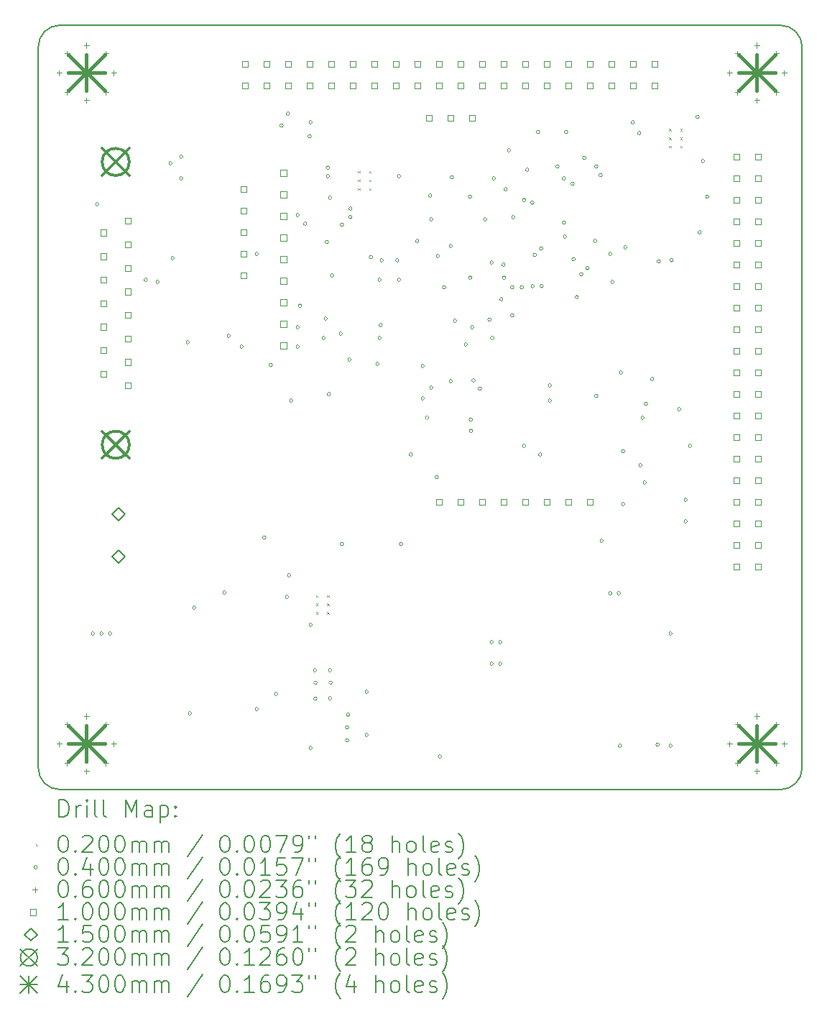
<source format=gbr>
%TF.GenerationSoftware,KiCad,Pcbnew,(6.0.7)*%
%TF.CreationDate,2023-01-26T22:51:55-08:00*%
%TF.ProjectId,FlightComputer,466c6967-6874-4436-9f6d-70757465722e,rev?*%
%TF.SameCoordinates,Original*%
%TF.FileFunction,Drillmap*%
%TF.FilePolarity,Positive*%
%FSLAX45Y45*%
G04 Gerber Fmt 4.5, Leading zero omitted, Abs format (unit mm)*
G04 Created by KiCad (PCBNEW (6.0.7)) date 2023-01-26 22:51:55*
%MOMM*%
%LPD*%
G01*
G04 APERTURE LIST*
%ADD10C,0.200000*%
%ADD11C,0.020000*%
%ADD12C,0.040000*%
%ADD13C,0.060000*%
%ADD14C,0.100000*%
%ADD15C,0.150000*%
%ADD16C,0.320000*%
%ADD17C,0.430000*%
G04 APERTURE END LIST*
D10*
X22733000Y-14816600D02*
X14241000Y-14816600D01*
X22987000Y-6070600D02*
X22987000Y-14562600D01*
X22987000Y-6070600D02*
G75*
G03*
X22733000Y-5816600I-254000J0D01*
G01*
X13987000Y-14562600D02*
X13987000Y-6070600D01*
X22733000Y-14816600D02*
G75*
G03*
X22987000Y-14562600I0J254000D01*
G01*
X13987000Y-14562600D02*
G75*
G03*
X14241000Y-14816600I254000J0D01*
G01*
X14241000Y-5816600D02*
X22733000Y-5816600D01*
X14241000Y-5816600D02*
G75*
G03*
X13987000Y-6070600I0J-254000D01*
G01*
D11*
X17260500Y-12526500D02*
X17280500Y-12546500D01*
X17280500Y-12526500D02*
X17260500Y-12546500D01*
X17260500Y-12626500D02*
X17280500Y-12646500D01*
X17280500Y-12626500D02*
X17260500Y-12646500D01*
X17260500Y-12726500D02*
X17280500Y-12746500D01*
X17280500Y-12726500D02*
X17260500Y-12746500D01*
X17390500Y-12526500D02*
X17410500Y-12546500D01*
X17410500Y-12526500D02*
X17390500Y-12546500D01*
X17390500Y-12626500D02*
X17410500Y-12646500D01*
X17410500Y-12626500D02*
X17390500Y-12646500D01*
X17390500Y-12726500D02*
X17410500Y-12746500D01*
X17410500Y-12726500D02*
X17390500Y-12746500D01*
X17755800Y-7535400D02*
X17775800Y-7555400D01*
X17775800Y-7535400D02*
X17755800Y-7555400D01*
X17755800Y-7635400D02*
X17775800Y-7655400D01*
X17775800Y-7635400D02*
X17755800Y-7655400D01*
X17755800Y-7735400D02*
X17775800Y-7755400D01*
X17775800Y-7735400D02*
X17755800Y-7755400D01*
X17885800Y-7535400D02*
X17905800Y-7555400D01*
X17905800Y-7535400D02*
X17885800Y-7555400D01*
X17885800Y-7635400D02*
X17905800Y-7655400D01*
X17905800Y-7635400D02*
X17885800Y-7655400D01*
X17885800Y-7735400D02*
X17905800Y-7755400D01*
X17905800Y-7735400D02*
X17885800Y-7755400D01*
X21419900Y-7038900D02*
X21439900Y-7058900D01*
X21439900Y-7038900D02*
X21419900Y-7058900D01*
X21419900Y-7138900D02*
X21439900Y-7158900D01*
X21439900Y-7138900D02*
X21419900Y-7158900D01*
X21419900Y-7238900D02*
X21439900Y-7258900D01*
X21439900Y-7238900D02*
X21419900Y-7258900D01*
X21549900Y-7038900D02*
X21569900Y-7058900D01*
X21569900Y-7038900D02*
X21549900Y-7058900D01*
X21549900Y-7138900D02*
X21569900Y-7158900D01*
X21569900Y-7138900D02*
X21549900Y-7158900D01*
X21549900Y-7238900D02*
X21569900Y-7258900D01*
X21569900Y-7238900D02*
X21549900Y-7258900D01*
D12*
X14650400Y-12979400D02*
G75*
G03*
X14650400Y-12979400I-20000J0D01*
G01*
X14701200Y-7924800D02*
G75*
G03*
X14701200Y-7924800I-20000J0D01*
G01*
X14752000Y-12979400D02*
G75*
G03*
X14752000Y-12979400I-20000J0D01*
G01*
X14853600Y-12979400D02*
G75*
G03*
X14853600Y-12979400I-20000J0D01*
G01*
X15272700Y-8813800D02*
G75*
G03*
X15272700Y-8813800I-20000J0D01*
G01*
X15412400Y-8839200D02*
G75*
G03*
X15412400Y-8839200I-20000J0D01*
G01*
X15564800Y-7442200D02*
G75*
G03*
X15564800Y-7442200I-20000J0D01*
G01*
X15590200Y-8559800D02*
G75*
G03*
X15590200Y-8559800I-20000J0D01*
G01*
X15691800Y-7366000D02*
G75*
G03*
X15691800Y-7366000I-20000J0D01*
G01*
X15691800Y-7620000D02*
G75*
G03*
X15691800Y-7620000I-20000J0D01*
G01*
X15768000Y-9550400D02*
G75*
G03*
X15768000Y-9550400I-20000J0D01*
G01*
X15793400Y-13919200D02*
G75*
G03*
X15793400Y-13919200I-20000J0D01*
G01*
X15844200Y-12674600D02*
G75*
G03*
X15844200Y-12674600I-20000J0D01*
G01*
X16199800Y-12496800D02*
G75*
G03*
X16199800Y-12496800I-20000J0D01*
G01*
X16250600Y-9474200D02*
G75*
G03*
X16250600Y-9474200I-20000J0D01*
G01*
X16403000Y-9601200D02*
G75*
G03*
X16403000Y-9601200I-20000J0D01*
G01*
X16580800Y-8509000D02*
G75*
G03*
X16580800Y-8509000I-20000J0D01*
G01*
X16580800Y-13868400D02*
G75*
G03*
X16580800Y-13868400I-20000J0D01*
G01*
X16669700Y-11849100D02*
G75*
G03*
X16669700Y-11849100I-20000J0D01*
G01*
X16745900Y-9817100D02*
G75*
G03*
X16745900Y-9817100I-20000J0D01*
G01*
X16809400Y-13690600D02*
G75*
G03*
X16809400Y-13690600I-20000J0D01*
G01*
X16872900Y-6997700D02*
G75*
G03*
X16872900Y-6997700I-20000J0D01*
G01*
X16936400Y-12547600D02*
G75*
G03*
X16936400Y-12547600I-20000J0D01*
G01*
X16949100Y-6858000D02*
G75*
G03*
X16949100Y-6858000I-20000J0D01*
G01*
X16961800Y-12293600D02*
G75*
G03*
X16961800Y-12293600I-20000J0D01*
G01*
X16987200Y-10236200D02*
G75*
G03*
X16987200Y-10236200I-20000J0D01*
G01*
X17063400Y-8051800D02*
G75*
G03*
X17063400Y-8051800I-20000J0D01*
G01*
X17063400Y-9372600D02*
G75*
G03*
X17063400Y-9372600I-20000J0D01*
G01*
X17063400Y-9601200D02*
G75*
G03*
X17063400Y-9601200I-20000J0D01*
G01*
X17090850Y-9118600D02*
G75*
G03*
X17090850Y-9118600I-20000J0D01*
G01*
X17152300Y-8153400D02*
G75*
G03*
X17152300Y-8153400I-20000J0D01*
G01*
X17204350Y-7124700D02*
G75*
G03*
X17204350Y-7124700I-20000J0D01*
G01*
X17215800Y-6959600D02*
G75*
G03*
X17215800Y-6959600I-20000J0D01*
G01*
X17215800Y-12877800D02*
G75*
G03*
X17215800Y-12877800I-20000J0D01*
G01*
X17215800Y-14325600D02*
G75*
G03*
X17215800Y-14325600I-20000J0D01*
G01*
X17266600Y-13411200D02*
G75*
G03*
X17266600Y-13411200I-20000J0D01*
G01*
X17272350Y-13747150D02*
G75*
G03*
X17272350Y-13747150I-20000J0D01*
G01*
X17273700Y-13556500D02*
G75*
G03*
X17273700Y-13556500I-20000J0D01*
G01*
X17368200Y-9499600D02*
G75*
G03*
X17368200Y-9499600I-20000J0D01*
G01*
X17393600Y-9271000D02*
G75*
G03*
X17393600Y-9271000I-20000J0D01*
G01*
X17406300Y-8369300D02*
G75*
G03*
X17406300Y-8369300I-20000J0D01*
G01*
X17419000Y-7494650D02*
G75*
G03*
X17419000Y-7494650I-20000J0D01*
G01*
X17419000Y-7594600D02*
G75*
G03*
X17419000Y-7594600I-20000J0D01*
G01*
X17431700Y-10160000D02*
G75*
G03*
X17431700Y-10160000I-20000J0D01*
G01*
X17444400Y-7848600D02*
G75*
G03*
X17444400Y-7848600I-20000J0D01*
G01*
X17444400Y-13411200D02*
G75*
G03*
X17444400Y-13411200I-20000J0D01*
G01*
X17444400Y-13741400D02*
G75*
G03*
X17444400Y-13741400I-20000J0D01*
G01*
X17451500Y-13556500D02*
G75*
G03*
X17451500Y-13556500I-20000J0D01*
G01*
X17469800Y-8763000D02*
G75*
G03*
X17469800Y-8763000I-20000J0D01*
G01*
X17571400Y-9448800D02*
G75*
G03*
X17571400Y-9448800I-20000J0D01*
G01*
X17584100Y-8166100D02*
G75*
G03*
X17584100Y-8166100I-20000J0D01*
G01*
X17584100Y-11925300D02*
G75*
G03*
X17584100Y-11925300I-20000J0D01*
G01*
X17647600Y-14085550D02*
G75*
G03*
X17647600Y-14085550I-20000J0D01*
G01*
X17647600Y-14235450D02*
G75*
G03*
X17647600Y-14235450I-20000J0D01*
G01*
X17657495Y-13934705D02*
G75*
G03*
X17657495Y-13934705I-20000J0D01*
G01*
X17673000Y-9753600D02*
G75*
G03*
X17673000Y-9753600I-20000J0D01*
G01*
X17685700Y-7975600D02*
G75*
G03*
X17685700Y-7975600I-20000J0D01*
G01*
X17685700Y-8075550D02*
G75*
G03*
X17685700Y-8075550I-20000J0D01*
G01*
X17876200Y-13665200D02*
G75*
G03*
X17876200Y-13665200I-20000J0D01*
G01*
X17876200Y-14173200D02*
G75*
G03*
X17876200Y-14173200I-20000J0D01*
G01*
X17927000Y-8547100D02*
G75*
G03*
X17927000Y-8547100I-20000J0D01*
G01*
X18003200Y-9804400D02*
G75*
G03*
X18003200Y-9804400I-20000J0D01*
G01*
X18028600Y-8813800D02*
G75*
G03*
X18028600Y-8813800I-20000J0D01*
G01*
X18028600Y-9499600D02*
G75*
G03*
X18028600Y-9499600I-20000J0D01*
G01*
X18041300Y-9347200D02*
G75*
G03*
X18041300Y-9347200I-20000J0D01*
G01*
X18054000Y-8585200D02*
G75*
G03*
X18054000Y-8585200I-20000J0D01*
G01*
X18236500Y-8585200D02*
G75*
G03*
X18236500Y-8585200I-20000J0D01*
G01*
X18257200Y-7594600D02*
G75*
G03*
X18257200Y-7594600I-20000J0D01*
G01*
X18257200Y-8813800D02*
G75*
G03*
X18257200Y-8813800I-20000J0D01*
G01*
X18282600Y-11925300D02*
G75*
G03*
X18282600Y-11925300I-20000J0D01*
G01*
X18396900Y-10871200D02*
G75*
G03*
X18396900Y-10871200I-20000J0D01*
G01*
X18473100Y-8356550D02*
G75*
G03*
X18473100Y-8356550I-20000J0D01*
G01*
X18536600Y-9829800D02*
G75*
G03*
X18536600Y-9829800I-20000J0D01*
G01*
X18536600Y-10210800D02*
G75*
G03*
X18536600Y-10210800I-20000J0D01*
G01*
X18587400Y-10438150D02*
G75*
G03*
X18587400Y-10438150I-20000J0D01*
G01*
X18625500Y-7823200D02*
G75*
G03*
X18625500Y-7823200I-20000J0D01*
G01*
X18638200Y-8102600D02*
G75*
G03*
X18638200Y-8102600I-20000J0D01*
G01*
X18638200Y-10083800D02*
G75*
G03*
X18638200Y-10083800I-20000J0D01*
G01*
X18701700Y-11137900D02*
G75*
G03*
X18701700Y-11137900I-20000J0D01*
G01*
X18714400Y-8534400D02*
G75*
G03*
X18714400Y-8534400I-20000J0D01*
G01*
X18739800Y-14427200D02*
G75*
G03*
X18739800Y-14427200I-20000J0D01*
G01*
X18790600Y-8902700D02*
G75*
G03*
X18790600Y-8902700I-20000J0D01*
G01*
X18866800Y-8414850D02*
G75*
G03*
X18866800Y-8414850I-20000J0D01*
G01*
X18866800Y-10007600D02*
G75*
G03*
X18866800Y-10007600I-20000J0D01*
G01*
X18879500Y-7607300D02*
G75*
G03*
X18879500Y-7607300I-20000J0D01*
G01*
X18917600Y-9296400D02*
G75*
G03*
X18917600Y-9296400I-20000J0D01*
G01*
X19044600Y-9575800D02*
G75*
G03*
X19044600Y-9575800I-20000J0D01*
G01*
X19095400Y-7835900D02*
G75*
G03*
X19095400Y-7835900I-20000J0D01*
G01*
X19096650Y-8788400D02*
G75*
G03*
X19096650Y-8788400I-20000J0D01*
G01*
X19103948Y-10460648D02*
G75*
G03*
X19103948Y-10460648I-20000J0D01*
G01*
X19106850Y-10591800D02*
G75*
G03*
X19106850Y-10591800I-20000J0D01*
G01*
X19120800Y-9372600D02*
G75*
G03*
X19120800Y-9372600I-20000J0D01*
G01*
X19136312Y-9998068D02*
G75*
G03*
X19136312Y-9998068I-20000J0D01*
G01*
X19211262Y-10096500D02*
G75*
G03*
X19211262Y-10096500I-20000J0D01*
G01*
X19273200Y-8102600D02*
G75*
G03*
X19273200Y-8102600I-20000J0D01*
G01*
X19324000Y-9283700D02*
G75*
G03*
X19324000Y-9283700I-20000J0D01*
G01*
X19349400Y-8610600D02*
G75*
G03*
X19349400Y-8610600I-20000J0D01*
G01*
X19349400Y-13081000D02*
G75*
G03*
X19349400Y-13081000I-20000J0D01*
G01*
X19349400Y-13335000D02*
G75*
G03*
X19349400Y-13335000I-20000J0D01*
G01*
X19356832Y-9498350D02*
G75*
G03*
X19356832Y-9498350I-20000J0D01*
G01*
X19374800Y-7620000D02*
G75*
G03*
X19374800Y-7620000I-20000J0D01*
G01*
X19451000Y-13081000D02*
G75*
G03*
X19451000Y-13081000I-20000J0D01*
G01*
X19451000Y-13335000D02*
G75*
G03*
X19451000Y-13335000I-20000J0D01*
G01*
X19463700Y-9042400D02*
G75*
G03*
X19463700Y-9042400I-20000J0D01*
G01*
X19489100Y-8636000D02*
G75*
G03*
X19489100Y-8636000I-20000J0D01*
G01*
X19496293Y-8788599D02*
G75*
G03*
X19496293Y-8788599I-20000J0D01*
G01*
X19514500Y-7747000D02*
G75*
G03*
X19514500Y-7747000I-20000J0D01*
G01*
X19552600Y-7289800D02*
G75*
G03*
X19552600Y-7289800I-20000J0D01*
G01*
X19590700Y-8902700D02*
G75*
G03*
X19590700Y-8902700I-20000J0D01*
G01*
X19590700Y-9232900D02*
G75*
G03*
X19590700Y-9232900I-20000J0D01*
G01*
X19603400Y-8077200D02*
G75*
G03*
X19603400Y-8077200I-20000J0D01*
G01*
X19705000Y-8902700D02*
G75*
G03*
X19705000Y-8902700I-20000J0D01*
G01*
X19730400Y-10769600D02*
G75*
G03*
X19730400Y-10769600I-20000J0D01*
G01*
X19732598Y-7876198D02*
G75*
G03*
X19732598Y-7876198I-20000J0D01*
G01*
X19768500Y-7518400D02*
G75*
G03*
X19768500Y-7518400I-20000J0D01*
G01*
X19828078Y-7905755D02*
G75*
G03*
X19828078Y-7905755I-20000J0D01*
G01*
X19832000Y-8890000D02*
G75*
G03*
X19832000Y-8890000I-20000J0D01*
G01*
X19857400Y-8520450D02*
G75*
G03*
X19857400Y-8520450I-20000J0D01*
G01*
X19895500Y-7073900D02*
G75*
G03*
X19895500Y-7073900I-20000J0D01*
G01*
X19920900Y-10871200D02*
G75*
G03*
X19920900Y-10871200I-20000J0D01*
G01*
X19933600Y-8445500D02*
G75*
G03*
X19933600Y-8445500I-20000J0D01*
G01*
X19938850Y-8888463D02*
G75*
G03*
X19938850Y-8888463I-20000J0D01*
G01*
X20035200Y-10058400D02*
G75*
G03*
X20035200Y-10058400I-20000J0D01*
G01*
X20035200Y-10236200D02*
G75*
G03*
X20035200Y-10236200I-20000J0D01*
G01*
X20124100Y-7480300D02*
G75*
G03*
X20124100Y-7480300I-20000J0D01*
G01*
X20200300Y-7620000D02*
G75*
G03*
X20200300Y-7620000I-20000J0D01*
G01*
X20200300Y-8140700D02*
G75*
G03*
X20200300Y-8140700I-20000J0D01*
G01*
X20213000Y-8305800D02*
G75*
G03*
X20213000Y-8305800I-20000J0D01*
G01*
X20225700Y-7073900D02*
G75*
G03*
X20225700Y-7073900I-20000J0D01*
G01*
X20301900Y-7683500D02*
G75*
G03*
X20301900Y-7683500I-20000J0D01*
G01*
X20314600Y-8571179D02*
G75*
G03*
X20314600Y-8571179I-20000J0D01*
G01*
X20352700Y-9017350D02*
G75*
G03*
X20352700Y-9017350I-20000J0D01*
G01*
X20406132Y-8747669D02*
G75*
G03*
X20406132Y-8747669I-20000J0D01*
G01*
X20441600Y-7378700D02*
G75*
G03*
X20441600Y-7378700I-20000J0D01*
G01*
X20477069Y-8676732D02*
G75*
G03*
X20477069Y-8676732I-20000J0D01*
G01*
X20568600Y-8356600D02*
G75*
G03*
X20568600Y-8356600I-20000J0D01*
G01*
X20581300Y-7480300D02*
G75*
G03*
X20581300Y-7480300I-20000J0D01*
G01*
X20582550Y-10180969D02*
G75*
G03*
X20582550Y-10180969I-20000J0D01*
G01*
X20632100Y-7581900D02*
G75*
G03*
X20632100Y-7581900I-20000J0D01*
G01*
X20644800Y-11887200D02*
G75*
G03*
X20644800Y-11887200I-20000J0D01*
G01*
X20746400Y-8509000D02*
G75*
G03*
X20746400Y-8509000I-20000J0D01*
G01*
X20747040Y-12504510D02*
G75*
G03*
X20747040Y-12504510I-20000J0D01*
G01*
X20771800Y-8839200D02*
G75*
G03*
X20771800Y-8839200I-20000J0D01*
G01*
X20847360Y-12504510D02*
G75*
G03*
X20847360Y-12504510I-20000J0D01*
G01*
X20860700Y-14300200D02*
G75*
G03*
X20860700Y-14300200I-20000J0D01*
G01*
X20873400Y-9906000D02*
G75*
G03*
X20873400Y-9906000I-20000J0D01*
G01*
X20898800Y-10833100D02*
G75*
G03*
X20898800Y-10833100I-20000J0D01*
G01*
X20898800Y-11455400D02*
G75*
G03*
X20898800Y-11455400I-20000J0D01*
G01*
X20924200Y-8432800D02*
G75*
G03*
X20924200Y-8432800I-20000J0D01*
G01*
X21013100Y-6959600D02*
G75*
G03*
X21013100Y-6959600I-20000J0D01*
G01*
X21089300Y-7086600D02*
G75*
G03*
X21089300Y-7086600I-20000J0D01*
G01*
X21102000Y-10998200D02*
G75*
G03*
X21102000Y-10998200I-20000J0D01*
G01*
X21127400Y-10439400D02*
G75*
G03*
X21127400Y-10439400I-20000J0D01*
G01*
X21152800Y-11201400D02*
G75*
G03*
X21152800Y-11201400I-20000J0D01*
G01*
X21165500Y-10274300D02*
G75*
G03*
X21165500Y-10274300I-20000J0D01*
G01*
X21241700Y-9982200D02*
G75*
G03*
X21241700Y-9982200I-20000J0D01*
G01*
X21305200Y-14285550D02*
G75*
G03*
X21305200Y-14285550I-20000J0D01*
G01*
X21317900Y-8597900D02*
G75*
G03*
X21317900Y-8597900I-20000J0D01*
G01*
X21457600Y-12979400D02*
G75*
G03*
X21457600Y-12979400I-20000J0D01*
G01*
X21457600Y-14300200D02*
G75*
G03*
X21457600Y-14300200I-20000J0D01*
G01*
X21470300Y-8583950D02*
G75*
G03*
X21470300Y-8583950I-20000J0D01*
G01*
X21559200Y-10337800D02*
G75*
G03*
X21559200Y-10337800I-20000J0D01*
G01*
X21635400Y-11404600D02*
G75*
G03*
X21635400Y-11404600I-20000J0D01*
G01*
X21635400Y-11658600D02*
G75*
G03*
X21635400Y-11658600I-20000J0D01*
G01*
X21686200Y-10769600D02*
G75*
G03*
X21686200Y-10769600I-20000J0D01*
G01*
X21775100Y-6896100D02*
G75*
G03*
X21775100Y-6896100I-20000J0D01*
G01*
X21800500Y-8255000D02*
G75*
G03*
X21800500Y-8255000I-20000J0D01*
G01*
X21838600Y-7416800D02*
G75*
G03*
X21838600Y-7416800I-20000J0D01*
G01*
X21890650Y-7835900D02*
G75*
G03*
X21890650Y-7835900I-20000J0D01*
G01*
D13*
X14231700Y-6345400D02*
X14231700Y-6405400D01*
X14201700Y-6375400D02*
X14261700Y-6375400D01*
X14231700Y-14244800D02*
X14231700Y-14304800D01*
X14201700Y-14274800D02*
X14261700Y-14274800D01*
X14326158Y-6117358D02*
X14326158Y-6177358D01*
X14296158Y-6147358D02*
X14356158Y-6147358D01*
X14326158Y-6573442D02*
X14326158Y-6633442D01*
X14296158Y-6603442D02*
X14356158Y-6603442D01*
X14326158Y-14016758D02*
X14326158Y-14076758D01*
X14296158Y-14046758D02*
X14356158Y-14046758D01*
X14326158Y-14472842D02*
X14326158Y-14532842D01*
X14296158Y-14502842D02*
X14356158Y-14502842D01*
X14554200Y-6022900D02*
X14554200Y-6082900D01*
X14524200Y-6052900D02*
X14584200Y-6052900D01*
X14554200Y-6667900D02*
X14554200Y-6727900D01*
X14524200Y-6697900D02*
X14584200Y-6697900D01*
X14554200Y-13922300D02*
X14554200Y-13982300D01*
X14524200Y-13952300D02*
X14584200Y-13952300D01*
X14554200Y-14567300D02*
X14554200Y-14627300D01*
X14524200Y-14597300D02*
X14584200Y-14597300D01*
X14782242Y-6117358D02*
X14782242Y-6177358D01*
X14752242Y-6147358D02*
X14812242Y-6147358D01*
X14782242Y-6573442D02*
X14782242Y-6633442D01*
X14752242Y-6603442D02*
X14812242Y-6603442D01*
X14782242Y-14016758D02*
X14782242Y-14076758D01*
X14752242Y-14046758D02*
X14812242Y-14046758D01*
X14782242Y-14472842D02*
X14782242Y-14532842D01*
X14752242Y-14502842D02*
X14812242Y-14502842D01*
X14876700Y-6345400D02*
X14876700Y-6405400D01*
X14846700Y-6375400D02*
X14906700Y-6375400D01*
X14876700Y-14244800D02*
X14876700Y-14304800D01*
X14846700Y-14274800D02*
X14906700Y-14274800D01*
X22131100Y-6345400D02*
X22131100Y-6405400D01*
X22101100Y-6375400D02*
X22161100Y-6375400D01*
X22131100Y-14244800D02*
X22131100Y-14304800D01*
X22101100Y-14274800D02*
X22161100Y-14274800D01*
X22225558Y-6117358D02*
X22225558Y-6177358D01*
X22195558Y-6147358D02*
X22255558Y-6147358D01*
X22225558Y-6573442D02*
X22225558Y-6633442D01*
X22195558Y-6603442D02*
X22255558Y-6603442D01*
X22225558Y-14016758D02*
X22225558Y-14076758D01*
X22195558Y-14046758D02*
X22255558Y-14046758D01*
X22225558Y-14472842D02*
X22225558Y-14532842D01*
X22195558Y-14502842D02*
X22255558Y-14502842D01*
X22453600Y-6022900D02*
X22453600Y-6082900D01*
X22423600Y-6052900D02*
X22483600Y-6052900D01*
X22453600Y-6667900D02*
X22453600Y-6727900D01*
X22423600Y-6697900D02*
X22483600Y-6697900D01*
X22453600Y-13922300D02*
X22453600Y-13982300D01*
X22423600Y-13952300D02*
X22483600Y-13952300D01*
X22453600Y-14567300D02*
X22453600Y-14627300D01*
X22423600Y-14597300D02*
X22483600Y-14597300D01*
X22681642Y-6117358D02*
X22681642Y-6177358D01*
X22651642Y-6147358D02*
X22711642Y-6147358D01*
X22681642Y-6573442D02*
X22681642Y-6633442D01*
X22651642Y-6603442D02*
X22711642Y-6603442D01*
X22681642Y-14016758D02*
X22681642Y-14076758D01*
X22651642Y-14046758D02*
X22711642Y-14046758D01*
X22681642Y-14472842D02*
X22681642Y-14532842D01*
X22651642Y-14502842D02*
X22711642Y-14502842D01*
X22776100Y-6345400D02*
X22776100Y-6405400D01*
X22746100Y-6375400D02*
X22806100Y-6375400D01*
X22776100Y-14244800D02*
X22776100Y-14304800D01*
X22746100Y-14274800D02*
X22806100Y-14274800D01*
D14*
X14792889Y-8295556D02*
X14792889Y-8224844D01*
X14722177Y-8224844D01*
X14722177Y-8295556D01*
X14792889Y-8295556D01*
X14792889Y-8572556D02*
X14792889Y-8501844D01*
X14722177Y-8501844D01*
X14722177Y-8572556D01*
X14792889Y-8572556D01*
X14792889Y-8849556D02*
X14792889Y-8778844D01*
X14722177Y-8778844D01*
X14722177Y-8849556D01*
X14792889Y-8849556D01*
X14792889Y-9126556D02*
X14792889Y-9055844D01*
X14722177Y-9055844D01*
X14722177Y-9126556D01*
X14792889Y-9126556D01*
X14792889Y-9403556D02*
X14792889Y-9332844D01*
X14722177Y-9332844D01*
X14722177Y-9403556D01*
X14792889Y-9403556D01*
X14792889Y-9680556D02*
X14792889Y-9609844D01*
X14722177Y-9609844D01*
X14722177Y-9680556D01*
X14792889Y-9680556D01*
X14792889Y-9957556D02*
X14792889Y-9886844D01*
X14722177Y-9886844D01*
X14722177Y-9957556D01*
X14792889Y-9957556D01*
X15076889Y-8157056D02*
X15076889Y-8086344D01*
X15006177Y-8086344D01*
X15006177Y-8157056D01*
X15076889Y-8157056D01*
X15076889Y-8434056D02*
X15076889Y-8363344D01*
X15006177Y-8363344D01*
X15006177Y-8434056D01*
X15076889Y-8434056D01*
X15076889Y-8711056D02*
X15076889Y-8640344D01*
X15006177Y-8640344D01*
X15006177Y-8711056D01*
X15076889Y-8711056D01*
X15076889Y-8988056D02*
X15076889Y-8917344D01*
X15006177Y-8917344D01*
X15006177Y-8988056D01*
X15076889Y-8988056D01*
X15076889Y-9265056D02*
X15076889Y-9194344D01*
X15006177Y-9194344D01*
X15006177Y-9265056D01*
X15076889Y-9265056D01*
X15076889Y-9542056D02*
X15076889Y-9471344D01*
X15006177Y-9471344D01*
X15006177Y-9542056D01*
X15076889Y-9542056D01*
X15076889Y-9819056D02*
X15076889Y-9748344D01*
X15006177Y-9748344D01*
X15006177Y-9819056D01*
X15076889Y-9819056D01*
X15076889Y-10096056D02*
X15076889Y-10025344D01*
X15006177Y-10025344D01*
X15006177Y-10096056D01*
X15076889Y-10096056D01*
X16443756Y-7782856D02*
X16443756Y-7712144D01*
X16373044Y-7712144D01*
X16373044Y-7782856D01*
X16443756Y-7782856D01*
X16443756Y-8036856D02*
X16443756Y-7966144D01*
X16373044Y-7966144D01*
X16373044Y-8036856D01*
X16443756Y-8036856D01*
X16443756Y-8290856D02*
X16443756Y-8220144D01*
X16373044Y-8220144D01*
X16373044Y-8290856D01*
X16443756Y-8290856D01*
X16443756Y-8544856D02*
X16443756Y-8474144D01*
X16373044Y-8474144D01*
X16373044Y-8544856D01*
X16443756Y-8544856D01*
X16443756Y-8798856D02*
X16443756Y-8728144D01*
X16373044Y-8728144D01*
X16373044Y-8798856D01*
X16443756Y-8798856D01*
X16456456Y-6309156D02*
X16456456Y-6238444D01*
X16385744Y-6238444D01*
X16385744Y-6309156D01*
X16456456Y-6309156D01*
X16456456Y-6563156D02*
X16456456Y-6492444D01*
X16385744Y-6492444D01*
X16385744Y-6563156D01*
X16456456Y-6563156D01*
X16710456Y-6309156D02*
X16710456Y-6238444D01*
X16639744Y-6238444D01*
X16639744Y-6309156D01*
X16710456Y-6309156D01*
X16710456Y-6563156D02*
X16710456Y-6492444D01*
X16639744Y-6492444D01*
X16639744Y-6563156D01*
X16710456Y-6563156D01*
X16911156Y-7590856D02*
X16911156Y-7520144D01*
X16840444Y-7520144D01*
X16840444Y-7590856D01*
X16911156Y-7590856D01*
X16911156Y-7844856D02*
X16911156Y-7774144D01*
X16840444Y-7774144D01*
X16840444Y-7844856D01*
X16911156Y-7844856D01*
X16911156Y-8098856D02*
X16911156Y-8028144D01*
X16840444Y-8028144D01*
X16840444Y-8098856D01*
X16911156Y-8098856D01*
X16911156Y-8352856D02*
X16911156Y-8282144D01*
X16840444Y-8282144D01*
X16840444Y-8352856D01*
X16911156Y-8352856D01*
X16911156Y-8606856D02*
X16911156Y-8536144D01*
X16840444Y-8536144D01*
X16840444Y-8606856D01*
X16911156Y-8606856D01*
X16911156Y-8860856D02*
X16911156Y-8790144D01*
X16840444Y-8790144D01*
X16840444Y-8860856D01*
X16911156Y-8860856D01*
X16911156Y-9114856D02*
X16911156Y-9044144D01*
X16840444Y-9044144D01*
X16840444Y-9114856D01*
X16911156Y-9114856D01*
X16911156Y-9368856D02*
X16911156Y-9298144D01*
X16840444Y-9298144D01*
X16840444Y-9368856D01*
X16911156Y-9368856D01*
X16911156Y-9622856D02*
X16911156Y-9552144D01*
X16840444Y-9552144D01*
X16840444Y-9622856D01*
X16911156Y-9622856D01*
X16964456Y-6309156D02*
X16964456Y-6238444D01*
X16893744Y-6238444D01*
X16893744Y-6309156D01*
X16964456Y-6309156D01*
X16964456Y-6563156D02*
X16964456Y-6492444D01*
X16893744Y-6492444D01*
X16893744Y-6563156D01*
X16964456Y-6563156D01*
X17218456Y-6309156D02*
X17218456Y-6238444D01*
X17147744Y-6238444D01*
X17147744Y-6309156D01*
X17218456Y-6309156D01*
X17218456Y-6563156D02*
X17218456Y-6492444D01*
X17147744Y-6492444D01*
X17147744Y-6563156D01*
X17218456Y-6563156D01*
X17472456Y-6309156D02*
X17472456Y-6238444D01*
X17401744Y-6238444D01*
X17401744Y-6309156D01*
X17472456Y-6309156D01*
X17472456Y-6563156D02*
X17472456Y-6492444D01*
X17401744Y-6492444D01*
X17401744Y-6563156D01*
X17472456Y-6563156D01*
X17726456Y-6309156D02*
X17726456Y-6238444D01*
X17655744Y-6238444D01*
X17655744Y-6309156D01*
X17726456Y-6309156D01*
X17726456Y-6563156D02*
X17726456Y-6492444D01*
X17655744Y-6492444D01*
X17655744Y-6563156D01*
X17726456Y-6563156D01*
X17980456Y-6309156D02*
X17980456Y-6238444D01*
X17909744Y-6238444D01*
X17909744Y-6309156D01*
X17980456Y-6309156D01*
X17980456Y-6563156D02*
X17980456Y-6492444D01*
X17909744Y-6492444D01*
X17909744Y-6563156D01*
X17980456Y-6563156D01*
X18234456Y-6309156D02*
X18234456Y-6238444D01*
X18163744Y-6238444D01*
X18163744Y-6309156D01*
X18234456Y-6309156D01*
X18234456Y-6563156D02*
X18234456Y-6492444D01*
X18163744Y-6492444D01*
X18163744Y-6563156D01*
X18234456Y-6563156D01*
X18488456Y-6309156D02*
X18488456Y-6238444D01*
X18417744Y-6238444D01*
X18417744Y-6309156D01*
X18488456Y-6309156D01*
X18488456Y-6563156D02*
X18488456Y-6492444D01*
X18417744Y-6492444D01*
X18417744Y-6563156D01*
X18488456Y-6563156D01*
X18628156Y-6944156D02*
X18628156Y-6873444D01*
X18557444Y-6873444D01*
X18557444Y-6944156D01*
X18628156Y-6944156D01*
X18742456Y-6309156D02*
X18742456Y-6238444D01*
X18671744Y-6238444D01*
X18671744Y-6309156D01*
X18742456Y-6309156D01*
X18742456Y-6563156D02*
X18742456Y-6492444D01*
X18671744Y-6492444D01*
X18671744Y-6563156D01*
X18742456Y-6563156D01*
X18742456Y-11465356D02*
X18742456Y-11394644D01*
X18671744Y-11394644D01*
X18671744Y-11465356D01*
X18742456Y-11465356D01*
X18882156Y-6944156D02*
X18882156Y-6873444D01*
X18811444Y-6873444D01*
X18811444Y-6944156D01*
X18882156Y-6944156D01*
X18996456Y-6309156D02*
X18996456Y-6238444D01*
X18925744Y-6238444D01*
X18925744Y-6309156D01*
X18996456Y-6309156D01*
X18996456Y-6563156D02*
X18996456Y-6492444D01*
X18925744Y-6492444D01*
X18925744Y-6563156D01*
X18996456Y-6563156D01*
X18996456Y-11465356D02*
X18996456Y-11394644D01*
X18925744Y-11394644D01*
X18925744Y-11465356D01*
X18996456Y-11465356D01*
X19136156Y-6944156D02*
X19136156Y-6873444D01*
X19065444Y-6873444D01*
X19065444Y-6944156D01*
X19136156Y-6944156D01*
X19250456Y-6309156D02*
X19250456Y-6238444D01*
X19179744Y-6238444D01*
X19179744Y-6309156D01*
X19250456Y-6309156D01*
X19250456Y-6563156D02*
X19250456Y-6492444D01*
X19179744Y-6492444D01*
X19179744Y-6563156D01*
X19250456Y-6563156D01*
X19250456Y-11465356D02*
X19250456Y-11394644D01*
X19179744Y-11394644D01*
X19179744Y-11465356D01*
X19250456Y-11465356D01*
X19504456Y-6309156D02*
X19504456Y-6238444D01*
X19433744Y-6238444D01*
X19433744Y-6309156D01*
X19504456Y-6309156D01*
X19504456Y-6563156D02*
X19504456Y-6492444D01*
X19433744Y-6492444D01*
X19433744Y-6563156D01*
X19504456Y-6563156D01*
X19504456Y-11465356D02*
X19504456Y-11394644D01*
X19433744Y-11394644D01*
X19433744Y-11465356D01*
X19504456Y-11465356D01*
X19758456Y-6309156D02*
X19758456Y-6238444D01*
X19687744Y-6238444D01*
X19687744Y-6309156D01*
X19758456Y-6309156D01*
X19758456Y-6563156D02*
X19758456Y-6492444D01*
X19687744Y-6492444D01*
X19687744Y-6563156D01*
X19758456Y-6563156D01*
X19758456Y-11465356D02*
X19758456Y-11394644D01*
X19687744Y-11394644D01*
X19687744Y-11465356D01*
X19758456Y-11465356D01*
X20012456Y-6309156D02*
X20012456Y-6238444D01*
X19941744Y-6238444D01*
X19941744Y-6309156D01*
X20012456Y-6309156D01*
X20012456Y-6563156D02*
X20012456Y-6492444D01*
X19941744Y-6492444D01*
X19941744Y-6563156D01*
X20012456Y-6563156D01*
X20012456Y-11465356D02*
X20012456Y-11394644D01*
X19941744Y-11394644D01*
X19941744Y-11465356D01*
X20012456Y-11465356D01*
X20266456Y-6309156D02*
X20266456Y-6238444D01*
X20195744Y-6238444D01*
X20195744Y-6309156D01*
X20266456Y-6309156D01*
X20266456Y-6563156D02*
X20266456Y-6492444D01*
X20195744Y-6492444D01*
X20195744Y-6563156D01*
X20266456Y-6563156D01*
X20266456Y-11465356D02*
X20266456Y-11394644D01*
X20195744Y-11394644D01*
X20195744Y-11465356D01*
X20266456Y-11465356D01*
X20520456Y-6309156D02*
X20520456Y-6238444D01*
X20449744Y-6238444D01*
X20449744Y-6309156D01*
X20520456Y-6309156D01*
X20520456Y-6563156D02*
X20520456Y-6492444D01*
X20449744Y-6492444D01*
X20449744Y-6563156D01*
X20520456Y-6563156D01*
X20520456Y-11465356D02*
X20520456Y-11394644D01*
X20449744Y-11394644D01*
X20449744Y-11465356D01*
X20520456Y-11465356D01*
X20774456Y-6309156D02*
X20774456Y-6238444D01*
X20703744Y-6238444D01*
X20703744Y-6309156D01*
X20774456Y-6309156D01*
X20774456Y-6563156D02*
X20774456Y-6492444D01*
X20703744Y-6492444D01*
X20703744Y-6563156D01*
X20774456Y-6563156D01*
X21028456Y-6309156D02*
X21028456Y-6238444D01*
X20957744Y-6238444D01*
X20957744Y-6309156D01*
X21028456Y-6309156D01*
X21028456Y-6563156D02*
X21028456Y-6492444D01*
X20957744Y-6492444D01*
X20957744Y-6563156D01*
X21028456Y-6563156D01*
X21282456Y-6309156D02*
X21282456Y-6238444D01*
X21211744Y-6238444D01*
X21211744Y-6309156D01*
X21282456Y-6309156D01*
X21282456Y-6563156D02*
X21282456Y-6492444D01*
X21211744Y-6492444D01*
X21211744Y-6563156D01*
X21282456Y-6563156D01*
X22247656Y-7401356D02*
X22247656Y-7330644D01*
X22176944Y-7330644D01*
X22176944Y-7401356D01*
X22247656Y-7401356D01*
X22247656Y-7655356D02*
X22247656Y-7584644D01*
X22176944Y-7584644D01*
X22176944Y-7655356D01*
X22247656Y-7655356D01*
X22247656Y-7909356D02*
X22247656Y-7838644D01*
X22176944Y-7838644D01*
X22176944Y-7909356D01*
X22247656Y-7909356D01*
X22247656Y-8163356D02*
X22247656Y-8092644D01*
X22176944Y-8092644D01*
X22176944Y-8163356D01*
X22247656Y-8163356D01*
X22247656Y-8417356D02*
X22247656Y-8346644D01*
X22176944Y-8346644D01*
X22176944Y-8417356D01*
X22247656Y-8417356D01*
X22247656Y-8671356D02*
X22247656Y-8600644D01*
X22176944Y-8600644D01*
X22176944Y-8671356D01*
X22247656Y-8671356D01*
X22247656Y-8925356D02*
X22247656Y-8854644D01*
X22176944Y-8854644D01*
X22176944Y-8925356D01*
X22247656Y-8925356D01*
X22247656Y-9179356D02*
X22247656Y-9108644D01*
X22176944Y-9108644D01*
X22176944Y-9179356D01*
X22247656Y-9179356D01*
X22247656Y-9433356D02*
X22247656Y-9362644D01*
X22176944Y-9362644D01*
X22176944Y-9433356D01*
X22247656Y-9433356D01*
X22247656Y-9687356D02*
X22247656Y-9616644D01*
X22176944Y-9616644D01*
X22176944Y-9687356D01*
X22247656Y-9687356D01*
X22247656Y-9941356D02*
X22247656Y-9870644D01*
X22176944Y-9870644D01*
X22176944Y-9941356D01*
X22247656Y-9941356D01*
X22247656Y-10195356D02*
X22247656Y-10124644D01*
X22176944Y-10124644D01*
X22176944Y-10195356D01*
X22247656Y-10195356D01*
X22247656Y-10449356D02*
X22247656Y-10378644D01*
X22176944Y-10378644D01*
X22176944Y-10449356D01*
X22247656Y-10449356D01*
X22247656Y-10703356D02*
X22247656Y-10632644D01*
X22176944Y-10632644D01*
X22176944Y-10703356D01*
X22247656Y-10703356D01*
X22247656Y-10957356D02*
X22247656Y-10886644D01*
X22176944Y-10886644D01*
X22176944Y-10957356D01*
X22247656Y-10957356D01*
X22247656Y-11211356D02*
X22247656Y-11140644D01*
X22176944Y-11140644D01*
X22176944Y-11211356D01*
X22247656Y-11211356D01*
X22247656Y-11465356D02*
X22247656Y-11394644D01*
X22176944Y-11394644D01*
X22176944Y-11465356D01*
X22247656Y-11465356D01*
X22247656Y-11719356D02*
X22247656Y-11648644D01*
X22176944Y-11648644D01*
X22176944Y-11719356D01*
X22247656Y-11719356D01*
X22247656Y-11973356D02*
X22247656Y-11902644D01*
X22176944Y-11902644D01*
X22176944Y-11973356D01*
X22247656Y-11973356D01*
X22247656Y-12227356D02*
X22247656Y-12156644D01*
X22176944Y-12156644D01*
X22176944Y-12227356D01*
X22247656Y-12227356D01*
X22501656Y-7401356D02*
X22501656Y-7330644D01*
X22430944Y-7330644D01*
X22430944Y-7401356D01*
X22501656Y-7401356D01*
X22501656Y-7655356D02*
X22501656Y-7584644D01*
X22430944Y-7584644D01*
X22430944Y-7655356D01*
X22501656Y-7655356D01*
X22501656Y-7909356D02*
X22501656Y-7838644D01*
X22430944Y-7838644D01*
X22430944Y-7909356D01*
X22501656Y-7909356D01*
X22501656Y-8163356D02*
X22501656Y-8092644D01*
X22430944Y-8092644D01*
X22430944Y-8163356D01*
X22501656Y-8163356D01*
X22501656Y-8417356D02*
X22501656Y-8346644D01*
X22430944Y-8346644D01*
X22430944Y-8417356D01*
X22501656Y-8417356D01*
X22501656Y-8671356D02*
X22501656Y-8600644D01*
X22430944Y-8600644D01*
X22430944Y-8671356D01*
X22501656Y-8671356D01*
X22501656Y-8925356D02*
X22501656Y-8854644D01*
X22430944Y-8854644D01*
X22430944Y-8925356D01*
X22501656Y-8925356D01*
X22501656Y-9179356D02*
X22501656Y-9108644D01*
X22430944Y-9108644D01*
X22430944Y-9179356D01*
X22501656Y-9179356D01*
X22501656Y-9433356D02*
X22501656Y-9362644D01*
X22430944Y-9362644D01*
X22430944Y-9433356D01*
X22501656Y-9433356D01*
X22501656Y-9687356D02*
X22501656Y-9616644D01*
X22430944Y-9616644D01*
X22430944Y-9687356D01*
X22501656Y-9687356D01*
X22501656Y-9941356D02*
X22501656Y-9870644D01*
X22430944Y-9870644D01*
X22430944Y-9941356D01*
X22501656Y-9941356D01*
X22501656Y-10195356D02*
X22501656Y-10124644D01*
X22430944Y-10124644D01*
X22430944Y-10195356D01*
X22501656Y-10195356D01*
X22501656Y-10449356D02*
X22501656Y-10378644D01*
X22430944Y-10378644D01*
X22430944Y-10449356D01*
X22501656Y-10449356D01*
X22501656Y-10703356D02*
X22501656Y-10632644D01*
X22430944Y-10632644D01*
X22430944Y-10703356D01*
X22501656Y-10703356D01*
X22501656Y-10957356D02*
X22501656Y-10886644D01*
X22430944Y-10886644D01*
X22430944Y-10957356D01*
X22501656Y-10957356D01*
X22501656Y-11211356D02*
X22501656Y-11140644D01*
X22430944Y-11140644D01*
X22430944Y-11211356D01*
X22501656Y-11211356D01*
X22501656Y-11465356D02*
X22501656Y-11394644D01*
X22430944Y-11394644D01*
X22430944Y-11465356D01*
X22501656Y-11465356D01*
X22501656Y-11719356D02*
X22501656Y-11648644D01*
X22430944Y-11648644D01*
X22430944Y-11719356D01*
X22501656Y-11719356D01*
X22501656Y-11973356D02*
X22501656Y-11902644D01*
X22430944Y-11902644D01*
X22430944Y-11973356D01*
X22501656Y-11973356D01*
X22501656Y-12227356D02*
X22501656Y-12156644D01*
X22430944Y-12156644D01*
X22430944Y-12227356D01*
X22501656Y-12227356D01*
D15*
X14933250Y-11650250D02*
X15008250Y-11575250D01*
X14933250Y-11500250D01*
X14858250Y-11575250D01*
X14933250Y-11650250D01*
X14933250Y-12150250D02*
X15008250Y-12075250D01*
X14933250Y-12000250D01*
X14858250Y-12075250D01*
X14933250Y-12150250D01*
D16*
X14739533Y-7266200D02*
X15059533Y-7586200D01*
X15059533Y-7266200D02*
X14739533Y-7586200D01*
X15059533Y-7426200D02*
G75*
G03*
X15059533Y-7426200I-160000J0D01*
G01*
X14739533Y-10596200D02*
X15059533Y-10916200D01*
X15059533Y-10596200D02*
X14739533Y-10916200D01*
X15059533Y-10756200D02*
G75*
G03*
X15059533Y-10756200I-160000J0D01*
G01*
D17*
X14339200Y-6160400D02*
X14769200Y-6590400D01*
X14769200Y-6160400D02*
X14339200Y-6590400D01*
X14554200Y-6160400D02*
X14554200Y-6590400D01*
X14339200Y-6375400D02*
X14769200Y-6375400D01*
X14339200Y-14059800D02*
X14769200Y-14489800D01*
X14769200Y-14059800D02*
X14339200Y-14489800D01*
X14554200Y-14059800D02*
X14554200Y-14489800D01*
X14339200Y-14274800D02*
X14769200Y-14274800D01*
X22238600Y-6160400D02*
X22668600Y-6590400D01*
X22668600Y-6160400D02*
X22238600Y-6590400D01*
X22453600Y-6160400D02*
X22453600Y-6590400D01*
X22238600Y-6375400D02*
X22668600Y-6375400D01*
X22238600Y-14059800D02*
X22668600Y-14489800D01*
X22668600Y-14059800D02*
X22238600Y-14489800D01*
X22453600Y-14059800D02*
X22453600Y-14489800D01*
X22238600Y-14274800D02*
X22668600Y-14274800D01*
D10*
X14234619Y-15137076D02*
X14234619Y-14937076D01*
X14282238Y-14937076D01*
X14310809Y-14946600D01*
X14329857Y-14965648D01*
X14339381Y-14984695D01*
X14348905Y-15022790D01*
X14348905Y-15051362D01*
X14339381Y-15089457D01*
X14329857Y-15108505D01*
X14310809Y-15127552D01*
X14282238Y-15137076D01*
X14234619Y-15137076D01*
X14434619Y-15137076D02*
X14434619Y-15003743D01*
X14434619Y-15041838D02*
X14444143Y-15022790D01*
X14453667Y-15013267D01*
X14472714Y-15003743D01*
X14491762Y-15003743D01*
X14558428Y-15137076D02*
X14558428Y-15003743D01*
X14558428Y-14937076D02*
X14548905Y-14946600D01*
X14558428Y-14956124D01*
X14567952Y-14946600D01*
X14558428Y-14937076D01*
X14558428Y-14956124D01*
X14682238Y-15137076D02*
X14663190Y-15127552D01*
X14653667Y-15108505D01*
X14653667Y-14937076D01*
X14787000Y-15137076D02*
X14767952Y-15127552D01*
X14758428Y-15108505D01*
X14758428Y-14937076D01*
X15015571Y-15137076D02*
X15015571Y-14937076D01*
X15082238Y-15079933D01*
X15148905Y-14937076D01*
X15148905Y-15137076D01*
X15329857Y-15137076D02*
X15329857Y-15032314D01*
X15320333Y-15013267D01*
X15301286Y-15003743D01*
X15263190Y-15003743D01*
X15244143Y-15013267D01*
X15329857Y-15127552D02*
X15310809Y-15137076D01*
X15263190Y-15137076D01*
X15244143Y-15127552D01*
X15234619Y-15108505D01*
X15234619Y-15089457D01*
X15244143Y-15070409D01*
X15263190Y-15060886D01*
X15310809Y-15060886D01*
X15329857Y-15051362D01*
X15425095Y-15003743D02*
X15425095Y-15203743D01*
X15425095Y-15013267D02*
X15444143Y-15003743D01*
X15482238Y-15003743D01*
X15501286Y-15013267D01*
X15510809Y-15022790D01*
X15520333Y-15041838D01*
X15520333Y-15098981D01*
X15510809Y-15118028D01*
X15501286Y-15127552D01*
X15482238Y-15137076D01*
X15444143Y-15137076D01*
X15425095Y-15127552D01*
X15606048Y-15118028D02*
X15615571Y-15127552D01*
X15606048Y-15137076D01*
X15596524Y-15127552D01*
X15606048Y-15118028D01*
X15606048Y-15137076D01*
X15606048Y-15013267D02*
X15615571Y-15022790D01*
X15606048Y-15032314D01*
X15596524Y-15022790D01*
X15606048Y-15013267D01*
X15606048Y-15032314D01*
D11*
X13957000Y-15456600D02*
X13977000Y-15476600D01*
X13977000Y-15456600D02*
X13957000Y-15476600D01*
D10*
X14272714Y-15357076D02*
X14291762Y-15357076D01*
X14310809Y-15366600D01*
X14320333Y-15376124D01*
X14329857Y-15395171D01*
X14339381Y-15433267D01*
X14339381Y-15480886D01*
X14329857Y-15518981D01*
X14320333Y-15538028D01*
X14310809Y-15547552D01*
X14291762Y-15557076D01*
X14272714Y-15557076D01*
X14253667Y-15547552D01*
X14244143Y-15538028D01*
X14234619Y-15518981D01*
X14225095Y-15480886D01*
X14225095Y-15433267D01*
X14234619Y-15395171D01*
X14244143Y-15376124D01*
X14253667Y-15366600D01*
X14272714Y-15357076D01*
X14425095Y-15538028D02*
X14434619Y-15547552D01*
X14425095Y-15557076D01*
X14415571Y-15547552D01*
X14425095Y-15538028D01*
X14425095Y-15557076D01*
X14510809Y-15376124D02*
X14520333Y-15366600D01*
X14539381Y-15357076D01*
X14587000Y-15357076D01*
X14606048Y-15366600D01*
X14615571Y-15376124D01*
X14625095Y-15395171D01*
X14625095Y-15414219D01*
X14615571Y-15442790D01*
X14501286Y-15557076D01*
X14625095Y-15557076D01*
X14748905Y-15357076D02*
X14767952Y-15357076D01*
X14787000Y-15366600D01*
X14796524Y-15376124D01*
X14806048Y-15395171D01*
X14815571Y-15433267D01*
X14815571Y-15480886D01*
X14806048Y-15518981D01*
X14796524Y-15538028D01*
X14787000Y-15547552D01*
X14767952Y-15557076D01*
X14748905Y-15557076D01*
X14729857Y-15547552D01*
X14720333Y-15538028D01*
X14710809Y-15518981D01*
X14701286Y-15480886D01*
X14701286Y-15433267D01*
X14710809Y-15395171D01*
X14720333Y-15376124D01*
X14729857Y-15366600D01*
X14748905Y-15357076D01*
X14939381Y-15357076D02*
X14958428Y-15357076D01*
X14977476Y-15366600D01*
X14987000Y-15376124D01*
X14996524Y-15395171D01*
X15006048Y-15433267D01*
X15006048Y-15480886D01*
X14996524Y-15518981D01*
X14987000Y-15538028D01*
X14977476Y-15547552D01*
X14958428Y-15557076D01*
X14939381Y-15557076D01*
X14920333Y-15547552D01*
X14910809Y-15538028D01*
X14901286Y-15518981D01*
X14891762Y-15480886D01*
X14891762Y-15433267D01*
X14901286Y-15395171D01*
X14910809Y-15376124D01*
X14920333Y-15366600D01*
X14939381Y-15357076D01*
X15091762Y-15557076D02*
X15091762Y-15423743D01*
X15091762Y-15442790D02*
X15101286Y-15433267D01*
X15120333Y-15423743D01*
X15148905Y-15423743D01*
X15167952Y-15433267D01*
X15177476Y-15452314D01*
X15177476Y-15557076D01*
X15177476Y-15452314D02*
X15187000Y-15433267D01*
X15206048Y-15423743D01*
X15234619Y-15423743D01*
X15253667Y-15433267D01*
X15263190Y-15452314D01*
X15263190Y-15557076D01*
X15358428Y-15557076D02*
X15358428Y-15423743D01*
X15358428Y-15442790D02*
X15367952Y-15433267D01*
X15387000Y-15423743D01*
X15415571Y-15423743D01*
X15434619Y-15433267D01*
X15444143Y-15452314D01*
X15444143Y-15557076D01*
X15444143Y-15452314D02*
X15453667Y-15433267D01*
X15472714Y-15423743D01*
X15501286Y-15423743D01*
X15520333Y-15433267D01*
X15529857Y-15452314D01*
X15529857Y-15557076D01*
X15920333Y-15347552D02*
X15748905Y-15604695D01*
X16177476Y-15357076D02*
X16196524Y-15357076D01*
X16215571Y-15366600D01*
X16225095Y-15376124D01*
X16234619Y-15395171D01*
X16244143Y-15433267D01*
X16244143Y-15480886D01*
X16234619Y-15518981D01*
X16225095Y-15538028D01*
X16215571Y-15547552D01*
X16196524Y-15557076D01*
X16177476Y-15557076D01*
X16158428Y-15547552D01*
X16148905Y-15538028D01*
X16139381Y-15518981D01*
X16129857Y-15480886D01*
X16129857Y-15433267D01*
X16139381Y-15395171D01*
X16148905Y-15376124D01*
X16158428Y-15366600D01*
X16177476Y-15357076D01*
X16329857Y-15538028D02*
X16339381Y-15547552D01*
X16329857Y-15557076D01*
X16320333Y-15547552D01*
X16329857Y-15538028D01*
X16329857Y-15557076D01*
X16463190Y-15357076D02*
X16482238Y-15357076D01*
X16501286Y-15366600D01*
X16510809Y-15376124D01*
X16520333Y-15395171D01*
X16529857Y-15433267D01*
X16529857Y-15480886D01*
X16520333Y-15518981D01*
X16510809Y-15538028D01*
X16501286Y-15547552D01*
X16482238Y-15557076D01*
X16463190Y-15557076D01*
X16444143Y-15547552D01*
X16434619Y-15538028D01*
X16425095Y-15518981D01*
X16415571Y-15480886D01*
X16415571Y-15433267D01*
X16425095Y-15395171D01*
X16434619Y-15376124D01*
X16444143Y-15366600D01*
X16463190Y-15357076D01*
X16653667Y-15357076D02*
X16672714Y-15357076D01*
X16691762Y-15366600D01*
X16701286Y-15376124D01*
X16710809Y-15395171D01*
X16720333Y-15433267D01*
X16720333Y-15480886D01*
X16710809Y-15518981D01*
X16701286Y-15538028D01*
X16691762Y-15547552D01*
X16672714Y-15557076D01*
X16653667Y-15557076D01*
X16634619Y-15547552D01*
X16625095Y-15538028D01*
X16615571Y-15518981D01*
X16606048Y-15480886D01*
X16606048Y-15433267D01*
X16615571Y-15395171D01*
X16625095Y-15376124D01*
X16634619Y-15366600D01*
X16653667Y-15357076D01*
X16787000Y-15357076D02*
X16920333Y-15357076D01*
X16834619Y-15557076D01*
X17006048Y-15557076D02*
X17044143Y-15557076D01*
X17063190Y-15547552D01*
X17072714Y-15538028D01*
X17091762Y-15509457D01*
X17101286Y-15471362D01*
X17101286Y-15395171D01*
X17091762Y-15376124D01*
X17082238Y-15366600D01*
X17063190Y-15357076D01*
X17025095Y-15357076D01*
X17006048Y-15366600D01*
X16996524Y-15376124D01*
X16987000Y-15395171D01*
X16987000Y-15442790D01*
X16996524Y-15461838D01*
X17006048Y-15471362D01*
X17025095Y-15480886D01*
X17063190Y-15480886D01*
X17082238Y-15471362D01*
X17091762Y-15461838D01*
X17101286Y-15442790D01*
X17177476Y-15357076D02*
X17177476Y-15395171D01*
X17253667Y-15357076D02*
X17253667Y-15395171D01*
X17548905Y-15633267D02*
X17539381Y-15623743D01*
X17520333Y-15595171D01*
X17510810Y-15576124D01*
X17501286Y-15547552D01*
X17491762Y-15499933D01*
X17491762Y-15461838D01*
X17501286Y-15414219D01*
X17510810Y-15385648D01*
X17520333Y-15366600D01*
X17539381Y-15338028D01*
X17548905Y-15328505D01*
X17729857Y-15557076D02*
X17615571Y-15557076D01*
X17672714Y-15557076D02*
X17672714Y-15357076D01*
X17653667Y-15385648D01*
X17634619Y-15404695D01*
X17615571Y-15414219D01*
X17844143Y-15442790D02*
X17825095Y-15433267D01*
X17815571Y-15423743D01*
X17806048Y-15404695D01*
X17806048Y-15395171D01*
X17815571Y-15376124D01*
X17825095Y-15366600D01*
X17844143Y-15357076D01*
X17882238Y-15357076D01*
X17901286Y-15366600D01*
X17910810Y-15376124D01*
X17920333Y-15395171D01*
X17920333Y-15404695D01*
X17910810Y-15423743D01*
X17901286Y-15433267D01*
X17882238Y-15442790D01*
X17844143Y-15442790D01*
X17825095Y-15452314D01*
X17815571Y-15461838D01*
X17806048Y-15480886D01*
X17806048Y-15518981D01*
X17815571Y-15538028D01*
X17825095Y-15547552D01*
X17844143Y-15557076D01*
X17882238Y-15557076D01*
X17901286Y-15547552D01*
X17910810Y-15538028D01*
X17920333Y-15518981D01*
X17920333Y-15480886D01*
X17910810Y-15461838D01*
X17901286Y-15452314D01*
X17882238Y-15442790D01*
X18158429Y-15557076D02*
X18158429Y-15357076D01*
X18244143Y-15557076D02*
X18244143Y-15452314D01*
X18234619Y-15433267D01*
X18215571Y-15423743D01*
X18187000Y-15423743D01*
X18167952Y-15433267D01*
X18158429Y-15442790D01*
X18367952Y-15557076D02*
X18348905Y-15547552D01*
X18339381Y-15538028D01*
X18329857Y-15518981D01*
X18329857Y-15461838D01*
X18339381Y-15442790D01*
X18348905Y-15433267D01*
X18367952Y-15423743D01*
X18396524Y-15423743D01*
X18415571Y-15433267D01*
X18425095Y-15442790D01*
X18434619Y-15461838D01*
X18434619Y-15518981D01*
X18425095Y-15538028D01*
X18415571Y-15547552D01*
X18396524Y-15557076D01*
X18367952Y-15557076D01*
X18548905Y-15557076D02*
X18529857Y-15547552D01*
X18520333Y-15528505D01*
X18520333Y-15357076D01*
X18701286Y-15547552D02*
X18682238Y-15557076D01*
X18644143Y-15557076D01*
X18625095Y-15547552D01*
X18615571Y-15528505D01*
X18615571Y-15452314D01*
X18625095Y-15433267D01*
X18644143Y-15423743D01*
X18682238Y-15423743D01*
X18701286Y-15433267D01*
X18710810Y-15452314D01*
X18710810Y-15471362D01*
X18615571Y-15490409D01*
X18787000Y-15547552D02*
X18806048Y-15557076D01*
X18844143Y-15557076D01*
X18863190Y-15547552D01*
X18872714Y-15528505D01*
X18872714Y-15518981D01*
X18863190Y-15499933D01*
X18844143Y-15490409D01*
X18815571Y-15490409D01*
X18796524Y-15480886D01*
X18787000Y-15461838D01*
X18787000Y-15452314D01*
X18796524Y-15433267D01*
X18815571Y-15423743D01*
X18844143Y-15423743D01*
X18863190Y-15433267D01*
X18939381Y-15633267D02*
X18948905Y-15623743D01*
X18967952Y-15595171D01*
X18977476Y-15576124D01*
X18987000Y-15547552D01*
X18996524Y-15499933D01*
X18996524Y-15461838D01*
X18987000Y-15414219D01*
X18977476Y-15385648D01*
X18967952Y-15366600D01*
X18948905Y-15338028D01*
X18939381Y-15328505D01*
D12*
X13977000Y-15730600D02*
G75*
G03*
X13977000Y-15730600I-20000J0D01*
G01*
D10*
X14272714Y-15621076D02*
X14291762Y-15621076D01*
X14310809Y-15630600D01*
X14320333Y-15640124D01*
X14329857Y-15659171D01*
X14339381Y-15697267D01*
X14339381Y-15744886D01*
X14329857Y-15782981D01*
X14320333Y-15802028D01*
X14310809Y-15811552D01*
X14291762Y-15821076D01*
X14272714Y-15821076D01*
X14253667Y-15811552D01*
X14244143Y-15802028D01*
X14234619Y-15782981D01*
X14225095Y-15744886D01*
X14225095Y-15697267D01*
X14234619Y-15659171D01*
X14244143Y-15640124D01*
X14253667Y-15630600D01*
X14272714Y-15621076D01*
X14425095Y-15802028D02*
X14434619Y-15811552D01*
X14425095Y-15821076D01*
X14415571Y-15811552D01*
X14425095Y-15802028D01*
X14425095Y-15821076D01*
X14606048Y-15687743D02*
X14606048Y-15821076D01*
X14558428Y-15611552D02*
X14510809Y-15754409D01*
X14634619Y-15754409D01*
X14748905Y-15621076D02*
X14767952Y-15621076D01*
X14787000Y-15630600D01*
X14796524Y-15640124D01*
X14806048Y-15659171D01*
X14815571Y-15697267D01*
X14815571Y-15744886D01*
X14806048Y-15782981D01*
X14796524Y-15802028D01*
X14787000Y-15811552D01*
X14767952Y-15821076D01*
X14748905Y-15821076D01*
X14729857Y-15811552D01*
X14720333Y-15802028D01*
X14710809Y-15782981D01*
X14701286Y-15744886D01*
X14701286Y-15697267D01*
X14710809Y-15659171D01*
X14720333Y-15640124D01*
X14729857Y-15630600D01*
X14748905Y-15621076D01*
X14939381Y-15621076D02*
X14958428Y-15621076D01*
X14977476Y-15630600D01*
X14987000Y-15640124D01*
X14996524Y-15659171D01*
X15006048Y-15697267D01*
X15006048Y-15744886D01*
X14996524Y-15782981D01*
X14987000Y-15802028D01*
X14977476Y-15811552D01*
X14958428Y-15821076D01*
X14939381Y-15821076D01*
X14920333Y-15811552D01*
X14910809Y-15802028D01*
X14901286Y-15782981D01*
X14891762Y-15744886D01*
X14891762Y-15697267D01*
X14901286Y-15659171D01*
X14910809Y-15640124D01*
X14920333Y-15630600D01*
X14939381Y-15621076D01*
X15091762Y-15821076D02*
X15091762Y-15687743D01*
X15091762Y-15706790D02*
X15101286Y-15697267D01*
X15120333Y-15687743D01*
X15148905Y-15687743D01*
X15167952Y-15697267D01*
X15177476Y-15716314D01*
X15177476Y-15821076D01*
X15177476Y-15716314D02*
X15187000Y-15697267D01*
X15206048Y-15687743D01*
X15234619Y-15687743D01*
X15253667Y-15697267D01*
X15263190Y-15716314D01*
X15263190Y-15821076D01*
X15358428Y-15821076D02*
X15358428Y-15687743D01*
X15358428Y-15706790D02*
X15367952Y-15697267D01*
X15387000Y-15687743D01*
X15415571Y-15687743D01*
X15434619Y-15697267D01*
X15444143Y-15716314D01*
X15444143Y-15821076D01*
X15444143Y-15716314D02*
X15453667Y-15697267D01*
X15472714Y-15687743D01*
X15501286Y-15687743D01*
X15520333Y-15697267D01*
X15529857Y-15716314D01*
X15529857Y-15821076D01*
X15920333Y-15611552D02*
X15748905Y-15868695D01*
X16177476Y-15621076D02*
X16196524Y-15621076D01*
X16215571Y-15630600D01*
X16225095Y-15640124D01*
X16234619Y-15659171D01*
X16244143Y-15697267D01*
X16244143Y-15744886D01*
X16234619Y-15782981D01*
X16225095Y-15802028D01*
X16215571Y-15811552D01*
X16196524Y-15821076D01*
X16177476Y-15821076D01*
X16158428Y-15811552D01*
X16148905Y-15802028D01*
X16139381Y-15782981D01*
X16129857Y-15744886D01*
X16129857Y-15697267D01*
X16139381Y-15659171D01*
X16148905Y-15640124D01*
X16158428Y-15630600D01*
X16177476Y-15621076D01*
X16329857Y-15802028D02*
X16339381Y-15811552D01*
X16329857Y-15821076D01*
X16320333Y-15811552D01*
X16329857Y-15802028D01*
X16329857Y-15821076D01*
X16463190Y-15621076D02*
X16482238Y-15621076D01*
X16501286Y-15630600D01*
X16510809Y-15640124D01*
X16520333Y-15659171D01*
X16529857Y-15697267D01*
X16529857Y-15744886D01*
X16520333Y-15782981D01*
X16510809Y-15802028D01*
X16501286Y-15811552D01*
X16482238Y-15821076D01*
X16463190Y-15821076D01*
X16444143Y-15811552D01*
X16434619Y-15802028D01*
X16425095Y-15782981D01*
X16415571Y-15744886D01*
X16415571Y-15697267D01*
X16425095Y-15659171D01*
X16434619Y-15640124D01*
X16444143Y-15630600D01*
X16463190Y-15621076D01*
X16720333Y-15821076D02*
X16606048Y-15821076D01*
X16663190Y-15821076D02*
X16663190Y-15621076D01*
X16644143Y-15649648D01*
X16625095Y-15668695D01*
X16606048Y-15678219D01*
X16901286Y-15621076D02*
X16806048Y-15621076D01*
X16796524Y-15716314D01*
X16806048Y-15706790D01*
X16825095Y-15697267D01*
X16872714Y-15697267D01*
X16891762Y-15706790D01*
X16901286Y-15716314D01*
X16910810Y-15735362D01*
X16910810Y-15782981D01*
X16901286Y-15802028D01*
X16891762Y-15811552D01*
X16872714Y-15821076D01*
X16825095Y-15821076D01*
X16806048Y-15811552D01*
X16796524Y-15802028D01*
X16977476Y-15621076D02*
X17110810Y-15621076D01*
X17025095Y-15821076D01*
X17177476Y-15621076D02*
X17177476Y-15659171D01*
X17253667Y-15621076D02*
X17253667Y-15659171D01*
X17548905Y-15897267D02*
X17539381Y-15887743D01*
X17520333Y-15859171D01*
X17510810Y-15840124D01*
X17501286Y-15811552D01*
X17491762Y-15763933D01*
X17491762Y-15725838D01*
X17501286Y-15678219D01*
X17510810Y-15649648D01*
X17520333Y-15630600D01*
X17539381Y-15602028D01*
X17548905Y-15592505D01*
X17729857Y-15821076D02*
X17615571Y-15821076D01*
X17672714Y-15821076D02*
X17672714Y-15621076D01*
X17653667Y-15649648D01*
X17634619Y-15668695D01*
X17615571Y-15678219D01*
X17901286Y-15621076D02*
X17863190Y-15621076D01*
X17844143Y-15630600D01*
X17834619Y-15640124D01*
X17815571Y-15668695D01*
X17806048Y-15706790D01*
X17806048Y-15782981D01*
X17815571Y-15802028D01*
X17825095Y-15811552D01*
X17844143Y-15821076D01*
X17882238Y-15821076D01*
X17901286Y-15811552D01*
X17910810Y-15802028D01*
X17920333Y-15782981D01*
X17920333Y-15735362D01*
X17910810Y-15716314D01*
X17901286Y-15706790D01*
X17882238Y-15697267D01*
X17844143Y-15697267D01*
X17825095Y-15706790D01*
X17815571Y-15716314D01*
X17806048Y-15735362D01*
X18015571Y-15821076D02*
X18053667Y-15821076D01*
X18072714Y-15811552D01*
X18082238Y-15802028D01*
X18101286Y-15773457D01*
X18110810Y-15735362D01*
X18110810Y-15659171D01*
X18101286Y-15640124D01*
X18091762Y-15630600D01*
X18072714Y-15621076D01*
X18034619Y-15621076D01*
X18015571Y-15630600D01*
X18006048Y-15640124D01*
X17996524Y-15659171D01*
X17996524Y-15706790D01*
X18006048Y-15725838D01*
X18015571Y-15735362D01*
X18034619Y-15744886D01*
X18072714Y-15744886D01*
X18091762Y-15735362D01*
X18101286Y-15725838D01*
X18110810Y-15706790D01*
X18348905Y-15821076D02*
X18348905Y-15621076D01*
X18434619Y-15821076D02*
X18434619Y-15716314D01*
X18425095Y-15697267D01*
X18406048Y-15687743D01*
X18377476Y-15687743D01*
X18358429Y-15697267D01*
X18348905Y-15706790D01*
X18558429Y-15821076D02*
X18539381Y-15811552D01*
X18529857Y-15802028D01*
X18520333Y-15782981D01*
X18520333Y-15725838D01*
X18529857Y-15706790D01*
X18539381Y-15697267D01*
X18558429Y-15687743D01*
X18587000Y-15687743D01*
X18606048Y-15697267D01*
X18615571Y-15706790D01*
X18625095Y-15725838D01*
X18625095Y-15782981D01*
X18615571Y-15802028D01*
X18606048Y-15811552D01*
X18587000Y-15821076D01*
X18558429Y-15821076D01*
X18739381Y-15821076D02*
X18720333Y-15811552D01*
X18710810Y-15792505D01*
X18710810Y-15621076D01*
X18891762Y-15811552D02*
X18872714Y-15821076D01*
X18834619Y-15821076D01*
X18815571Y-15811552D01*
X18806048Y-15792505D01*
X18806048Y-15716314D01*
X18815571Y-15697267D01*
X18834619Y-15687743D01*
X18872714Y-15687743D01*
X18891762Y-15697267D01*
X18901286Y-15716314D01*
X18901286Y-15735362D01*
X18806048Y-15754409D01*
X18977476Y-15811552D02*
X18996524Y-15821076D01*
X19034619Y-15821076D01*
X19053667Y-15811552D01*
X19063190Y-15792505D01*
X19063190Y-15782981D01*
X19053667Y-15763933D01*
X19034619Y-15754409D01*
X19006048Y-15754409D01*
X18987000Y-15744886D01*
X18977476Y-15725838D01*
X18977476Y-15716314D01*
X18987000Y-15697267D01*
X19006048Y-15687743D01*
X19034619Y-15687743D01*
X19053667Y-15697267D01*
X19129857Y-15897267D02*
X19139381Y-15887743D01*
X19158429Y-15859171D01*
X19167952Y-15840124D01*
X19177476Y-15811552D01*
X19187000Y-15763933D01*
X19187000Y-15725838D01*
X19177476Y-15678219D01*
X19167952Y-15649648D01*
X19158429Y-15630600D01*
X19139381Y-15602028D01*
X19129857Y-15592505D01*
D13*
X13947000Y-15964600D02*
X13947000Y-16024600D01*
X13917000Y-15994600D02*
X13977000Y-15994600D01*
D10*
X14272714Y-15885076D02*
X14291762Y-15885076D01*
X14310809Y-15894600D01*
X14320333Y-15904124D01*
X14329857Y-15923171D01*
X14339381Y-15961267D01*
X14339381Y-16008886D01*
X14329857Y-16046981D01*
X14320333Y-16066028D01*
X14310809Y-16075552D01*
X14291762Y-16085076D01*
X14272714Y-16085076D01*
X14253667Y-16075552D01*
X14244143Y-16066028D01*
X14234619Y-16046981D01*
X14225095Y-16008886D01*
X14225095Y-15961267D01*
X14234619Y-15923171D01*
X14244143Y-15904124D01*
X14253667Y-15894600D01*
X14272714Y-15885076D01*
X14425095Y-16066028D02*
X14434619Y-16075552D01*
X14425095Y-16085076D01*
X14415571Y-16075552D01*
X14425095Y-16066028D01*
X14425095Y-16085076D01*
X14606048Y-15885076D02*
X14567952Y-15885076D01*
X14548905Y-15894600D01*
X14539381Y-15904124D01*
X14520333Y-15932695D01*
X14510809Y-15970790D01*
X14510809Y-16046981D01*
X14520333Y-16066028D01*
X14529857Y-16075552D01*
X14548905Y-16085076D01*
X14587000Y-16085076D01*
X14606048Y-16075552D01*
X14615571Y-16066028D01*
X14625095Y-16046981D01*
X14625095Y-15999362D01*
X14615571Y-15980314D01*
X14606048Y-15970790D01*
X14587000Y-15961267D01*
X14548905Y-15961267D01*
X14529857Y-15970790D01*
X14520333Y-15980314D01*
X14510809Y-15999362D01*
X14748905Y-15885076D02*
X14767952Y-15885076D01*
X14787000Y-15894600D01*
X14796524Y-15904124D01*
X14806048Y-15923171D01*
X14815571Y-15961267D01*
X14815571Y-16008886D01*
X14806048Y-16046981D01*
X14796524Y-16066028D01*
X14787000Y-16075552D01*
X14767952Y-16085076D01*
X14748905Y-16085076D01*
X14729857Y-16075552D01*
X14720333Y-16066028D01*
X14710809Y-16046981D01*
X14701286Y-16008886D01*
X14701286Y-15961267D01*
X14710809Y-15923171D01*
X14720333Y-15904124D01*
X14729857Y-15894600D01*
X14748905Y-15885076D01*
X14939381Y-15885076D02*
X14958428Y-15885076D01*
X14977476Y-15894600D01*
X14987000Y-15904124D01*
X14996524Y-15923171D01*
X15006048Y-15961267D01*
X15006048Y-16008886D01*
X14996524Y-16046981D01*
X14987000Y-16066028D01*
X14977476Y-16075552D01*
X14958428Y-16085076D01*
X14939381Y-16085076D01*
X14920333Y-16075552D01*
X14910809Y-16066028D01*
X14901286Y-16046981D01*
X14891762Y-16008886D01*
X14891762Y-15961267D01*
X14901286Y-15923171D01*
X14910809Y-15904124D01*
X14920333Y-15894600D01*
X14939381Y-15885076D01*
X15091762Y-16085076D02*
X15091762Y-15951743D01*
X15091762Y-15970790D02*
X15101286Y-15961267D01*
X15120333Y-15951743D01*
X15148905Y-15951743D01*
X15167952Y-15961267D01*
X15177476Y-15980314D01*
X15177476Y-16085076D01*
X15177476Y-15980314D02*
X15187000Y-15961267D01*
X15206048Y-15951743D01*
X15234619Y-15951743D01*
X15253667Y-15961267D01*
X15263190Y-15980314D01*
X15263190Y-16085076D01*
X15358428Y-16085076D02*
X15358428Y-15951743D01*
X15358428Y-15970790D02*
X15367952Y-15961267D01*
X15387000Y-15951743D01*
X15415571Y-15951743D01*
X15434619Y-15961267D01*
X15444143Y-15980314D01*
X15444143Y-16085076D01*
X15444143Y-15980314D02*
X15453667Y-15961267D01*
X15472714Y-15951743D01*
X15501286Y-15951743D01*
X15520333Y-15961267D01*
X15529857Y-15980314D01*
X15529857Y-16085076D01*
X15920333Y-15875552D02*
X15748905Y-16132695D01*
X16177476Y-15885076D02*
X16196524Y-15885076D01*
X16215571Y-15894600D01*
X16225095Y-15904124D01*
X16234619Y-15923171D01*
X16244143Y-15961267D01*
X16244143Y-16008886D01*
X16234619Y-16046981D01*
X16225095Y-16066028D01*
X16215571Y-16075552D01*
X16196524Y-16085076D01*
X16177476Y-16085076D01*
X16158428Y-16075552D01*
X16148905Y-16066028D01*
X16139381Y-16046981D01*
X16129857Y-16008886D01*
X16129857Y-15961267D01*
X16139381Y-15923171D01*
X16148905Y-15904124D01*
X16158428Y-15894600D01*
X16177476Y-15885076D01*
X16329857Y-16066028D02*
X16339381Y-16075552D01*
X16329857Y-16085076D01*
X16320333Y-16075552D01*
X16329857Y-16066028D01*
X16329857Y-16085076D01*
X16463190Y-15885076D02*
X16482238Y-15885076D01*
X16501286Y-15894600D01*
X16510809Y-15904124D01*
X16520333Y-15923171D01*
X16529857Y-15961267D01*
X16529857Y-16008886D01*
X16520333Y-16046981D01*
X16510809Y-16066028D01*
X16501286Y-16075552D01*
X16482238Y-16085076D01*
X16463190Y-16085076D01*
X16444143Y-16075552D01*
X16434619Y-16066028D01*
X16425095Y-16046981D01*
X16415571Y-16008886D01*
X16415571Y-15961267D01*
X16425095Y-15923171D01*
X16434619Y-15904124D01*
X16444143Y-15894600D01*
X16463190Y-15885076D01*
X16606048Y-15904124D02*
X16615571Y-15894600D01*
X16634619Y-15885076D01*
X16682238Y-15885076D01*
X16701286Y-15894600D01*
X16710809Y-15904124D01*
X16720333Y-15923171D01*
X16720333Y-15942219D01*
X16710809Y-15970790D01*
X16596524Y-16085076D01*
X16720333Y-16085076D01*
X16787000Y-15885076D02*
X16910810Y-15885076D01*
X16844143Y-15961267D01*
X16872714Y-15961267D01*
X16891762Y-15970790D01*
X16901286Y-15980314D01*
X16910810Y-15999362D01*
X16910810Y-16046981D01*
X16901286Y-16066028D01*
X16891762Y-16075552D01*
X16872714Y-16085076D01*
X16815571Y-16085076D01*
X16796524Y-16075552D01*
X16787000Y-16066028D01*
X17082238Y-15885076D02*
X17044143Y-15885076D01*
X17025095Y-15894600D01*
X17015571Y-15904124D01*
X16996524Y-15932695D01*
X16987000Y-15970790D01*
X16987000Y-16046981D01*
X16996524Y-16066028D01*
X17006048Y-16075552D01*
X17025095Y-16085076D01*
X17063190Y-16085076D01*
X17082238Y-16075552D01*
X17091762Y-16066028D01*
X17101286Y-16046981D01*
X17101286Y-15999362D01*
X17091762Y-15980314D01*
X17082238Y-15970790D01*
X17063190Y-15961267D01*
X17025095Y-15961267D01*
X17006048Y-15970790D01*
X16996524Y-15980314D01*
X16987000Y-15999362D01*
X17177476Y-15885076D02*
X17177476Y-15923171D01*
X17253667Y-15885076D02*
X17253667Y-15923171D01*
X17548905Y-16161267D02*
X17539381Y-16151743D01*
X17520333Y-16123171D01*
X17510810Y-16104124D01*
X17501286Y-16075552D01*
X17491762Y-16027933D01*
X17491762Y-15989838D01*
X17501286Y-15942219D01*
X17510810Y-15913648D01*
X17520333Y-15894600D01*
X17539381Y-15866028D01*
X17548905Y-15856505D01*
X17606048Y-15885076D02*
X17729857Y-15885076D01*
X17663190Y-15961267D01*
X17691762Y-15961267D01*
X17710810Y-15970790D01*
X17720333Y-15980314D01*
X17729857Y-15999362D01*
X17729857Y-16046981D01*
X17720333Y-16066028D01*
X17710810Y-16075552D01*
X17691762Y-16085076D01*
X17634619Y-16085076D01*
X17615571Y-16075552D01*
X17606048Y-16066028D01*
X17806048Y-15904124D02*
X17815571Y-15894600D01*
X17834619Y-15885076D01*
X17882238Y-15885076D01*
X17901286Y-15894600D01*
X17910810Y-15904124D01*
X17920333Y-15923171D01*
X17920333Y-15942219D01*
X17910810Y-15970790D01*
X17796524Y-16085076D01*
X17920333Y-16085076D01*
X18158429Y-16085076D02*
X18158429Y-15885076D01*
X18244143Y-16085076D02*
X18244143Y-15980314D01*
X18234619Y-15961267D01*
X18215571Y-15951743D01*
X18187000Y-15951743D01*
X18167952Y-15961267D01*
X18158429Y-15970790D01*
X18367952Y-16085076D02*
X18348905Y-16075552D01*
X18339381Y-16066028D01*
X18329857Y-16046981D01*
X18329857Y-15989838D01*
X18339381Y-15970790D01*
X18348905Y-15961267D01*
X18367952Y-15951743D01*
X18396524Y-15951743D01*
X18415571Y-15961267D01*
X18425095Y-15970790D01*
X18434619Y-15989838D01*
X18434619Y-16046981D01*
X18425095Y-16066028D01*
X18415571Y-16075552D01*
X18396524Y-16085076D01*
X18367952Y-16085076D01*
X18548905Y-16085076D02*
X18529857Y-16075552D01*
X18520333Y-16056505D01*
X18520333Y-15885076D01*
X18701286Y-16075552D02*
X18682238Y-16085076D01*
X18644143Y-16085076D01*
X18625095Y-16075552D01*
X18615571Y-16056505D01*
X18615571Y-15980314D01*
X18625095Y-15961267D01*
X18644143Y-15951743D01*
X18682238Y-15951743D01*
X18701286Y-15961267D01*
X18710810Y-15980314D01*
X18710810Y-15999362D01*
X18615571Y-16018409D01*
X18787000Y-16075552D02*
X18806048Y-16085076D01*
X18844143Y-16085076D01*
X18863190Y-16075552D01*
X18872714Y-16056505D01*
X18872714Y-16046981D01*
X18863190Y-16027933D01*
X18844143Y-16018409D01*
X18815571Y-16018409D01*
X18796524Y-16008886D01*
X18787000Y-15989838D01*
X18787000Y-15980314D01*
X18796524Y-15961267D01*
X18815571Y-15951743D01*
X18844143Y-15951743D01*
X18863190Y-15961267D01*
X18939381Y-16161267D02*
X18948905Y-16151743D01*
X18967952Y-16123171D01*
X18977476Y-16104124D01*
X18987000Y-16075552D01*
X18996524Y-16027933D01*
X18996524Y-15989838D01*
X18987000Y-15942219D01*
X18977476Y-15913648D01*
X18967952Y-15894600D01*
X18948905Y-15866028D01*
X18939381Y-15856505D01*
D14*
X13962356Y-16293956D02*
X13962356Y-16223244D01*
X13891644Y-16223244D01*
X13891644Y-16293956D01*
X13962356Y-16293956D01*
D10*
X14339381Y-16349076D02*
X14225095Y-16349076D01*
X14282238Y-16349076D02*
X14282238Y-16149076D01*
X14263190Y-16177648D01*
X14244143Y-16196695D01*
X14225095Y-16206219D01*
X14425095Y-16330028D02*
X14434619Y-16339552D01*
X14425095Y-16349076D01*
X14415571Y-16339552D01*
X14425095Y-16330028D01*
X14425095Y-16349076D01*
X14558428Y-16149076D02*
X14577476Y-16149076D01*
X14596524Y-16158600D01*
X14606048Y-16168124D01*
X14615571Y-16187171D01*
X14625095Y-16225267D01*
X14625095Y-16272886D01*
X14615571Y-16310981D01*
X14606048Y-16330028D01*
X14596524Y-16339552D01*
X14577476Y-16349076D01*
X14558428Y-16349076D01*
X14539381Y-16339552D01*
X14529857Y-16330028D01*
X14520333Y-16310981D01*
X14510809Y-16272886D01*
X14510809Y-16225267D01*
X14520333Y-16187171D01*
X14529857Y-16168124D01*
X14539381Y-16158600D01*
X14558428Y-16149076D01*
X14748905Y-16149076D02*
X14767952Y-16149076D01*
X14787000Y-16158600D01*
X14796524Y-16168124D01*
X14806048Y-16187171D01*
X14815571Y-16225267D01*
X14815571Y-16272886D01*
X14806048Y-16310981D01*
X14796524Y-16330028D01*
X14787000Y-16339552D01*
X14767952Y-16349076D01*
X14748905Y-16349076D01*
X14729857Y-16339552D01*
X14720333Y-16330028D01*
X14710809Y-16310981D01*
X14701286Y-16272886D01*
X14701286Y-16225267D01*
X14710809Y-16187171D01*
X14720333Y-16168124D01*
X14729857Y-16158600D01*
X14748905Y-16149076D01*
X14939381Y-16149076D02*
X14958428Y-16149076D01*
X14977476Y-16158600D01*
X14987000Y-16168124D01*
X14996524Y-16187171D01*
X15006048Y-16225267D01*
X15006048Y-16272886D01*
X14996524Y-16310981D01*
X14987000Y-16330028D01*
X14977476Y-16339552D01*
X14958428Y-16349076D01*
X14939381Y-16349076D01*
X14920333Y-16339552D01*
X14910809Y-16330028D01*
X14901286Y-16310981D01*
X14891762Y-16272886D01*
X14891762Y-16225267D01*
X14901286Y-16187171D01*
X14910809Y-16168124D01*
X14920333Y-16158600D01*
X14939381Y-16149076D01*
X15091762Y-16349076D02*
X15091762Y-16215743D01*
X15091762Y-16234790D02*
X15101286Y-16225267D01*
X15120333Y-16215743D01*
X15148905Y-16215743D01*
X15167952Y-16225267D01*
X15177476Y-16244314D01*
X15177476Y-16349076D01*
X15177476Y-16244314D02*
X15187000Y-16225267D01*
X15206048Y-16215743D01*
X15234619Y-16215743D01*
X15253667Y-16225267D01*
X15263190Y-16244314D01*
X15263190Y-16349076D01*
X15358428Y-16349076D02*
X15358428Y-16215743D01*
X15358428Y-16234790D02*
X15367952Y-16225267D01*
X15387000Y-16215743D01*
X15415571Y-16215743D01*
X15434619Y-16225267D01*
X15444143Y-16244314D01*
X15444143Y-16349076D01*
X15444143Y-16244314D02*
X15453667Y-16225267D01*
X15472714Y-16215743D01*
X15501286Y-16215743D01*
X15520333Y-16225267D01*
X15529857Y-16244314D01*
X15529857Y-16349076D01*
X15920333Y-16139552D02*
X15748905Y-16396695D01*
X16177476Y-16149076D02*
X16196524Y-16149076D01*
X16215571Y-16158600D01*
X16225095Y-16168124D01*
X16234619Y-16187171D01*
X16244143Y-16225267D01*
X16244143Y-16272886D01*
X16234619Y-16310981D01*
X16225095Y-16330028D01*
X16215571Y-16339552D01*
X16196524Y-16349076D01*
X16177476Y-16349076D01*
X16158428Y-16339552D01*
X16148905Y-16330028D01*
X16139381Y-16310981D01*
X16129857Y-16272886D01*
X16129857Y-16225267D01*
X16139381Y-16187171D01*
X16148905Y-16168124D01*
X16158428Y-16158600D01*
X16177476Y-16149076D01*
X16329857Y-16330028D02*
X16339381Y-16339552D01*
X16329857Y-16349076D01*
X16320333Y-16339552D01*
X16329857Y-16330028D01*
X16329857Y-16349076D01*
X16463190Y-16149076D02*
X16482238Y-16149076D01*
X16501286Y-16158600D01*
X16510809Y-16168124D01*
X16520333Y-16187171D01*
X16529857Y-16225267D01*
X16529857Y-16272886D01*
X16520333Y-16310981D01*
X16510809Y-16330028D01*
X16501286Y-16339552D01*
X16482238Y-16349076D01*
X16463190Y-16349076D01*
X16444143Y-16339552D01*
X16434619Y-16330028D01*
X16425095Y-16310981D01*
X16415571Y-16272886D01*
X16415571Y-16225267D01*
X16425095Y-16187171D01*
X16434619Y-16168124D01*
X16444143Y-16158600D01*
X16463190Y-16149076D01*
X16596524Y-16149076D02*
X16720333Y-16149076D01*
X16653667Y-16225267D01*
X16682238Y-16225267D01*
X16701286Y-16234790D01*
X16710809Y-16244314D01*
X16720333Y-16263362D01*
X16720333Y-16310981D01*
X16710809Y-16330028D01*
X16701286Y-16339552D01*
X16682238Y-16349076D01*
X16625095Y-16349076D01*
X16606048Y-16339552D01*
X16596524Y-16330028D01*
X16815571Y-16349076D02*
X16853667Y-16349076D01*
X16872714Y-16339552D01*
X16882238Y-16330028D01*
X16901286Y-16301457D01*
X16910810Y-16263362D01*
X16910810Y-16187171D01*
X16901286Y-16168124D01*
X16891762Y-16158600D01*
X16872714Y-16149076D01*
X16834619Y-16149076D01*
X16815571Y-16158600D01*
X16806048Y-16168124D01*
X16796524Y-16187171D01*
X16796524Y-16234790D01*
X16806048Y-16253838D01*
X16815571Y-16263362D01*
X16834619Y-16272886D01*
X16872714Y-16272886D01*
X16891762Y-16263362D01*
X16901286Y-16253838D01*
X16910810Y-16234790D01*
X17082238Y-16215743D02*
X17082238Y-16349076D01*
X17034619Y-16139552D02*
X16987000Y-16282409D01*
X17110810Y-16282409D01*
X17177476Y-16149076D02*
X17177476Y-16187171D01*
X17253667Y-16149076D02*
X17253667Y-16187171D01*
X17548905Y-16425267D02*
X17539381Y-16415743D01*
X17520333Y-16387171D01*
X17510810Y-16368124D01*
X17501286Y-16339552D01*
X17491762Y-16291933D01*
X17491762Y-16253838D01*
X17501286Y-16206219D01*
X17510810Y-16177648D01*
X17520333Y-16158600D01*
X17539381Y-16130028D01*
X17548905Y-16120505D01*
X17729857Y-16349076D02*
X17615571Y-16349076D01*
X17672714Y-16349076D02*
X17672714Y-16149076D01*
X17653667Y-16177648D01*
X17634619Y-16196695D01*
X17615571Y-16206219D01*
X17806048Y-16168124D02*
X17815571Y-16158600D01*
X17834619Y-16149076D01*
X17882238Y-16149076D01*
X17901286Y-16158600D01*
X17910810Y-16168124D01*
X17920333Y-16187171D01*
X17920333Y-16206219D01*
X17910810Y-16234790D01*
X17796524Y-16349076D01*
X17920333Y-16349076D01*
X18044143Y-16149076D02*
X18063190Y-16149076D01*
X18082238Y-16158600D01*
X18091762Y-16168124D01*
X18101286Y-16187171D01*
X18110810Y-16225267D01*
X18110810Y-16272886D01*
X18101286Y-16310981D01*
X18091762Y-16330028D01*
X18082238Y-16339552D01*
X18063190Y-16349076D01*
X18044143Y-16349076D01*
X18025095Y-16339552D01*
X18015571Y-16330028D01*
X18006048Y-16310981D01*
X17996524Y-16272886D01*
X17996524Y-16225267D01*
X18006048Y-16187171D01*
X18015571Y-16168124D01*
X18025095Y-16158600D01*
X18044143Y-16149076D01*
X18348905Y-16349076D02*
X18348905Y-16149076D01*
X18434619Y-16349076D02*
X18434619Y-16244314D01*
X18425095Y-16225267D01*
X18406048Y-16215743D01*
X18377476Y-16215743D01*
X18358429Y-16225267D01*
X18348905Y-16234790D01*
X18558429Y-16349076D02*
X18539381Y-16339552D01*
X18529857Y-16330028D01*
X18520333Y-16310981D01*
X18520333Y-16253838D01*
X18529857Y-16234790D01*
X18539381Y-16225267D01*
X18558429Y-16215743D01*
X18587000Y-16215743D01*
X18606048Y-16225267D01*
X18615571Y-16234790D01*
X18625095Y-16253838D01*
X18625095Y-16310981D01*
X18615571Y-16330028D01*
X18606048Y-16339552D01*
X18587000Y-16349076D01*
X18558429Y-16349076D01*
X18739381Y-16349076D02*
X18720333Y-16339552D01*
X18710810Y-16320505D01*
X18710810Y-16149076D01*
X18891762Y-16339552D02*
X18872714Y-16349076D01*
X18834619Y-16349076D01*
X18815571Y-16339552D01*
X18806048Y-16320505D01*
X18806048Y-16244314D01*
X18815571Y-16225267D01*
X18834619Y-16215743D01*
X18872714Y-16215743D01*
X18891762Y-16225267D01*
X18901286Y-16244314D01*
X18901286Y-16263362D01*
X18806048Y-16282409D01*
X18977476Y-16339552D02*
X18996524Y-16349076D01*
X19034619Y-16349076D01*
X19053667Y-16339552D01*
X19063190Y-16320505D01*
X19063190Y-16310981D01*
X19053667Y-16291933D01*
X19034619Y-16282409D01*
X19006048Y-16282409D01*
X18987000Y-16272886D01*
X18977476Y-16253838D01*
X18977476Y-16244314D01*
X18987000Y-16225267D01*
X19006048Y-16215743D01*
X19034619Y-16215743D01*
X19053667Y-16225267D01*
X19129857Y-16425267D02*
X19139381Y-16415743D01*
X19158429Y-16387171D01*
X19167952Y-16368124D01*
X19177476Y-16339552D01*
X19187000Y-16291933D01*
X19187000Y-16253838D01*
X19177476Y-16206219D01*
X19167952Y-16177648D01*
X19158429Y-16158600D01*
X19139381Y-16130028D01*
X19129857Y-16120505D01*
D15*
X13902000Y-16597600D02*
X13977000Y-16522600D01*
X13902000Y-16447600D01*
X13827000Y-16522600D01*
X13902000Y-16597600D01*
D10*
X14339381Y-16613076D02*
X14225095Y-16613076D01*
X14282238Y-16613076D02*
X14282238Y-16413076D01*
X14263190Y-16441648D01*
X14244143Y-16460695D01*
X14225095Y-16470219D01*
X14425095Y-16594028D02*
X14434619Y-16603552D01*
X14425095Y-16613076D01*
X14415571Y-16603552D01*
X14425095Y-16594028D01*
X14425095Y-16613076D01*
X14615571Y-16413076D02*
X14520333Y-16413076D01*
X14510809Y-16508314D01*
X14520333Y-16498790D01*
X14539381Y-16489267D01*
X14587000Y-16489267D01*
X14606048Y-16498790D01*
X14615571Y-16508314D01*
X14625095Y-16527362D01*
X14625095Y-16574981D01*
X14615571Y-16594028D01*
X14606048Y-16603552D01*
X14587000Y-16613076D01*
X14539381Y-16613076D01*
X14520333Y-16603552D01*
X14510809Y-16594028D01*
X14748905Y-16413076D02*
X14767952Y-16413076D01*
X14787000Y-16422600D01*
X14796524Y-16432124D01*
X14806048Y-16451171D01*
X14815571Y-16489267D01*
X14815571Y-16536886D01*
X14806048Y-16574981D01*
X14796524Y-16594028D01*
X14787000Y-16603552D01*
X14767952Y-16613076D01*
X14748905Y-16613076D01*
X14729857Y-16603552D01*
X14720333Y-16594028D01*
X14710809Y-16574981D01*
X14701286Y-16536886D01*
X14701286Y-16489267D01*
X14710809Y-16451171D01*
X14720333Y-16432124D01*
X14729857Y-16422600D01*
X14748905Y-16413076D01*
X14939381Y-16413076D02*
X14958428Y-16413076D01*
X14977476Y-16422600D01*
X14987000Y-16432124D01*
X14996524Y-16451171D01*
X15006048Y-16489267D01*
X15006048Y-16536886D01*
X14996524Y-16574981D01*
X14987000Y-16594028D01*
X14977476Y-16603552D01*
X14958428Y-16613076D01*
X14939381Y-16613076D01*
X14920333Y-16603552D01*
X14910809Y-16594028D01*
X14901286Y-16574981D01*
X14891762Y-16536886D01*
X14891762Y-16489267D01*
X14901286Y-16451171D01*
X14910809Y-16432124D01*
X14920333Y-16422600D01*
X14939381Y-16413076D01*
X15091762Y-16613076D02*
X15091762Y-16479743D01*
X15091762Y-16498790D02*
X15101286Y-16489267D01*
X15120333Y-16479743D01*
X15148905Y-16479743D01*
X15167952Y-16489267D01*
X15177476Y-16508314D01*
X15177476Y-16613076D01*
X15177476Y-16508314D02*
X15187000Y-16489267D01*
X15206048Y-16479743D01*
X15234619Y-16479743D01*
X15253667Y-16489267D01*
X15263190Y-16508314D01*
X15263190Y-16613076D01*
X15358428Y-16613076D02*
X15358428Y-16479743D01*
X15358428Y-16498790D02*
X15367952Y-16489267D01*
X15387000Y-16479743D01*
X15415571Y-16479743D01*
X15434619Y-16489267D01*
X15444143Y-16508314D01*
X15444143Y-16613076D01*
X15444143Y-16508314D02*
X15453667Y-16489267D01*
X15472714Y-16479743D01*
X15501286Y-16479743D01*
X15520333Y-16489267D01*
X15529857Y-16508314D01*
X15529857Y-16613076D01*
X15920333Y-16403552D02*
X15748905Y-16660695D01*
X16177476Y-16413076D02*
X16196524Y-16413076D01*
X16215571Y-16422600D01*
X16225095Y-16432124D01*
X16234619Y-16451171D01*
X16244143Y-16489267D01*
X16244143Y-16536886D01*
X16234619Y-16574981D01*
X16225095Y-16594028D01*
X16215571Y-16603552D01*
X16196524Y-16613076D01*
X16177476Y-16613076D01*
X16158428Y-16603552D01*
X16148905Y-16594028D01*
X16139381Y-16574981D01*
X16129857Y-16536886D01*
X16129857Y-16489267D01*
X16139381Y-16451171D01*
X16148905Y-16432124D01*
X16158428Y-16422600D01*
X16177476Y-16413076D01*
X16329857Y-16594028D02*
X16339381Y-16603552D01*
X16329857Y-16613076D01*
X16320333Y-16603552D01*
X16329857Y-16594028D01*
X16329857Y-16613076D01*
X16463190Y-16413076D02*
X16482238Y-16413076D01*
X16501286Y-16422600D01*
X16510809Y-16432124D01*
X16520333Y-16451171D01*
X16529857Y-16489267D01*
X16529857Y-16536886D01*
X16520333Y-16574981D01*
X16510809Y-16594028D01*
X16501286Y-16603552D01*
X16482238Y-16613076D01*
X16463190Y-16613076D01*
X16444143Y-16603552D01*
X16434619Y-16594028D01*
X16425095Y-16574981D01*
X16415571Y-16536886D01*
X16415571Y-16489267D01*
X16425095Y-16451171D01*
X16434619Y-16432124D01*
X16444143Y-16422600D01*
X16463190Y-16413076D01*
X16710809Y-16413076D02*
X16615571Y-16413076D01*
X16606048Y-16508314D01*
X16615571Y-16498790D01*
X16634619Y-16489267D01*
X16682238Y-16489267D01*
X16701286Y-16498790D01*
X16710809Y-16508314D01*
X16720333Y-16527362D01*
X16720333Y-16574981D01*
X16710809Y-16594028D01*
X16701286Y-16603552D01*
X16682238Y-16613076D01*
X16634619Y-16613076D01*
X16615571Y-16603552D01*
X16606048Y-16594028D01*
X16815571Y-16613076D02*
X16853667Y-16613076D01*
X16872714Y-16603552D01*
X16882238Y-16594028D01*
X16901286Y-16565457D01*
X16910810Y-16527362D01*
X16910810Y-16451171D01*
X16901286Y-16432124D01*
X16891762Y-16422600D01*
X16872714Y-16413076D01*
X16834619Y-16413076D01*
X16815571Y-16422600D01*
X16806048Y-16432124D01*
X16796524Y-16451171D01*
X16796524Y-16498790D01*
X16806048Y-16517838D01*
X16815571Y-16527362D01*
X16834619Y-16536886D01*
X16872714Y-16536886D01*
X16891762Y-16527362D01*
X16901286Y-16517838D01*
X16910810Y-16498790D01*
X17101286Y-16613076D02*
X16987000Y-16613076D01*
X17044143Y-16613076D02*
X17044143Y-16413076D01*
X17025095Y-16441648D01*
X17006048Y-16460695D01*
X16987000Y-16470219D01*
X17177476Y-16413076D02*
X17177476Y-16451171D01*
X17253667Y-16413076D02*
X17253667Y-16451171D01*
X17548905Y-16689267D02*
X17539381Y-16679743D01*
X17520333Y-16651171D01*
X17510810Y-16632124D01*
X17501286Y-16603552D01*
X17491762Y-16555933D01*
X17491762Y-16517838D01*
X17501286Y-16470219D01*
X17510810Y-16441648D01*
X17520333Y-16422600D01*
X17539381Y-16394028D01*
X17548905Y-16384505D01*
X17615571Y-16432124D02*
X17625095Y-16422600D01*
X17644143Y-16413076D01*
X17691762Y-16413076D01*
X17710810Y-16422600D01*
X17720333Y-16432124D01*
X17729857Y-16451171D01*
X17729857Y-16470219D01*
X17720333Y-16498790D01*
X17606048Y-16613076D01*
X17729857Y-16613076D01*
X17967952Y-16613076D02*
X17967952Y-16413076D01*
X18053667Y-16613076D02*
X18053667Y-16508314D01*
X18044143Y-16489267D01*
X18025095Y-16479743D01*
X17996524Y-16479743D01*
X17977476Y-16489267D01*
X17967952Y-16498790D01*
X18177476Y-16613076D02*
X18158429Y-16603552D01*
X18148905Y-16594028D01*
X18139381Y-16574981D01*
X18139381Y-16517838D01*
X18148905Y-16498790D01*
X18158429Y-16489267D01*
X18177476Y-16479743D01*
X18206048Y-16479743D01*
X18225095Y-16489267D01*
X18234619Y-16498790D01*
X18244143Y-16517838D01*
X18244143Y-16574981D01*
X18234619Y-16594028D01*
X18225095Y-16603552D01*
X18206048Y-16613076D01*
X18177476Y-16613076D01*
X18358429Y-16613076D02*
X18339381Y-16603552D01*
X18329857Y-16584505D01*
X18329857Y-16413076D01*
X18510810Y-16603552D02*
X18491762Y-16613076D01*
X18453667Y-16613076D01*
X18434619Y-16603552D01*
X18425095Y-16584505D01*
X18425095Y-16508314D01*
X18434619Y-16489267D01*
X18453667Y-16479743D01*
X18491762Y-16479743D01*
X18510810Y-16489267D01*
X18520333Y-16508314D01*
X18520333Y-16527362D01*
X18425095Y-16546409D01*
X18596524Y-16603552D02*
X18615571Y-16613076D01*
X18653667Y-16613076D01*
X18672714Y-16603552D01*
X18682238Y-16584505D01*
X18682238Y-16574981D01*
X18672714Y-16555933D01*
X18653667Y-16546409D01*
X18625095Y-16546409D01*
X18606048Y-16536886D01*
X18596524Y-16517838D01*
X18596524Y-16508314D01*
X18606048Y-16489267D01*
X18625095Y-16479743D01*
X18653667Y-16479743D01*
X18672714Y-16489267D01*
X18748905Y-16689267D02*
X18758429Y-16679743D01*
X18777476Y-16651171D01*
X18787000Y-16632124D01*
X18796524Y-16603552D01*
X18806048Y-16555933D01*
X18806048Y-16517838D01*
X18796524Y-16470219D01*
X18787000Y-16441648D01*
X18777476Y-16422600D01*
X18758429Y-16394028D01*
X18748905Y-16384505D01*
X13777000Y-16692600D02*
X13977000Y-16892600D01*
X13977000Y-16692600D02*
X13777000Y-16892600D01*
X13977000Y-16792600D02*
G75*
G03*
X13977000Y-16792600I-100000J0D01*
G01*
X14215571Y-16683076D02*
X14339381Y-16683076D01*
X14272714Y-16759267D01*
X14301286Y-16759267D01*
X14320333Y-16768790D01*
X14329857Y-16778314D01*
X14339381Y-16797362D01*
X14339381Y-16844981D01*
X14329857Y-16864029D01*
X14320333Y-16873552D01*
X14301286Y-16883076D01*
X14244143Y-16883076D01*
X14225095Y-16873552D01*
X14215571Y-16864029D01*
X14425095Y-16864029D02*
X14434619Y-16873552D01*
X14425095Y-16883076D01*
X14415571Y-16873552D01*
X14425095Y-16864029D01*
X14425095Y-16883076D01*
X14510809Y-16702124D02*
X14520333Y-16692600D01*
X14539381Y-16683076D01*
X14587000Y-16683076D01*
X14606048Y-16692600D01*
X14615571Y-16702124D01*
X14625095Y-16721171D01*
X14625095Y-16740219D01*
X14615571Y-16768790D01*
X14501286Y-16883076D01*
X14625095Y-16883076D01*
X14748905Y-16683076D02*
X14767952Y-16683076D01*
X14787000Y-16692600D01*
X14796524Y-16702124D01*
X14806048Y-16721171D01*
X14815571Y-16759267D01*
X14815571Y-16806886D01*
X14806048Y-16844981D01*
X14796524Y-16864029D01*
X14787000Y-16873552D01*
X14767952Y-16883076D01*
X14748905Y-16883076D01*
X14729857Y-16873552D01*
X14720333Y-16864029D01*
X14710809Y-16844981D01*
X14701286Y-16806886D01*
X14701286Y-16759267D01*
X14710809Y-16721171D01*
X14720333Y-16702124D01*
X14729857Y-16692600D01*
X14748905Y-16683076D01*
X14939381Y-16683076D02*
X14958428Y-16683076D01*
X14977476Y-16692600D01*
X14987000Y-16702124D01*
X14996524Y-16721171D01*
X15006048Y-16759267D01*
X15006048Y-16806886D01*
X14996524Y-16844981D01*
X14987000Y-16864029D01*
X14977476Y-16873552D01*
X14958428Y-16883076D01*
X14939381Y-16883076D01*
X14920333Y-16873552D01*
X14910809Y-16864029D01*
X14901286Y-16844981D01*
X14891762Y-16806886D01*
X14891762Y-16759267D01*
X14901286Y-16721171D01*
X14910809Y-16702124D01*
X14920333Y-16692600D01*
X14939381Y-16683076D01*
X15091762Y-16883076D02*
X15091762Y-16749743D01*
X15091762Y-16768790D02*
X15101286Y-16759267D01*
X15120333Y-16749743D01*
X15148905Y-16749743D01*
X15167952Y-16759267D01*
X15177476Y-16778314D01*
X15177476Y-16883076D01*
X15177476Y-16778314D02*
X15187000Y-16759267D01*
X15206048Y-16749743D01*
X15234619Y-16749743D01*
X15253667Y-16759267D01*
X15263190Y-16778314D01*
X15263190Y-16883076D01*
X15358428Y-16883076D02*
X15358428Y-16749743D01*
X15358428Y-16768790D02*
X15367952Y-16759267D01*
X15387000Y-16749743D01*
X15415571Y-16749743D01*
X15434619Y-16759267D01*
X15444143Y-16778314D01*
X15444143Y-16883076D01*
X15444143Y-16778314D02*
X15453667Y-16759267D01*
X15472714Y-16749743D01*
X15501286Y-16749743D01*
X15520333Y-16759267D01*
X15529857Y-16778314D01*
X15529857Y-16883076D01*
X15920333Y-16673552D02*
X15748905Y-16930695D01*
X16177476Y-16683076D02*
X16196524Y-16683076D01*
X16215571Y-16692600D01*
X16225095Y-16702124D01*
X16234619Y-16721171D01*
X16244143Y-16759267D01*
X16244143Y-16806886D01*
X16234619Y-16844981D01*
X16225095Y-16864029D01*
X16215571Y-16873552D01*
X16196524Y-16883076D01*
X16177476Y-16883076D01*
X16158428Y-16873552D01*
X16148905Y-16864029D01*
X16139381Y-16844981D01*
X16129857Y-16806886D01*
X16129857Y-16759267D01*
X16139381Y-16721171D01*
X16148905Y-16702124D01*
X16158428Y-16692600D01*
X16177476Y-16683076D01*
X16329857Y-16864029D02*
X16339381Y-16873552D01*
X16329857Y-16883076D01*
X16320333Y-16873552D01*
X16329857Y-16864029D01*
X16329857Y-16883076D01*
X16529857Y-16883076D02*
X16415571Y-16883076D01*
X16472714Y-16883076D02*
X16472714Y-16683076D01*
X16453667Y-16711648D01*
X16434619Y-16730695D01*
X16415571Y-16740219D01*
X16606048Y-16702124D02*
X16615571Y-16692600D01*
X16634619Y-16683076D01*
X16682238Y-16683076D01*
X16701286Y-16692600D01*
X16710809Y-16702124D01*
X16720333Y-16721171D01*
X16720333Y-16740219D01*
X16710809Y-16768790D01*
X16596524Y-16883076D01*
X16720333Y-16883076D01*
X16891762Y-16683076D02*
X16853667Y-16683076D01*
X16834619Y-16692600D01*
X16825095Y-16702124D01*
X16806048Y-16730695D01*
X16796524Y-16768790D01*
X16796524Y-16844981D01*
X16806048Y-16864029D01*
X16815571Y-16873552D01*
X16834619Y-16883076D01*
X16872714Y-16883076D01*
X16891762Y-16873552D01*
X16901286Y-16864029D01*
X16910810Y-16844981D01*
X16910810Y-16797362D01*
X16901286Y-16778314D01*
X16891762Y-16768790D01*
X16872714Y-16759267D01*
X16834619Y-16759267D01*
X16815571Y-16768790D01*
X16806048Y-16778314D01*
X16796524Y-16797362D01*
X17034619Y-16683076D02*
X17053667Y-16683076D01*
X17072714Y-16692600D01*
X17082238Y-16702124D01*
X17091762Y-16721171D01*
X17101286Y-16759267D01*
X17101286Y-16806886D01*
X17091762Y-16844981D01*
X17082238Y-16864029D01*
X17072714Y-16873552D01*
X17053667Y-16883076D01*
X17034619Y-16883076D01*
X17015571Y-16873552D01*
X17006048Y-16864029D01*
X16996524Y-16844981D01*
X16987000Y-16806886D01*
X16987000Y-16759267D01*
X16996524Y-16721171D01*
X17006048Y-16702124D01*
X17015571Y-16692600D01*
X17034619Y-16683076D01*
X17177476Y-16683076D02*
X17177476Y-16721171D01*
X17253667Y-16683076D02*
X17253667Y-16721171D01*
X17548905Y-16959267D02*
X17539381Y-16949743D01*
X17520333Y-16921171D01*
X17510810Y-16902124D01*
X17501286Y-16873552D01*
X17491762Y-16825933D01*
X17491762Y-16787838D01*
X17501286Y-16740219D01*
X17510810Y-16711648D01*
X17520333Y-16692600D01*
X17539381Y-16664028D01*
X17548905Y-16654505D01*
X17615571Y-16702124D02*
X17625095Y-16692600D01*
X17644143Y-16683076D01*
X17691762Y-16683076D01*
X17710810Y-16692600D01*
X17720333Y-16702124D01*
X17729857Y-16721171D01*
X17729857Y-16740219D01*
X17720333Y-16768790D01*
X17606048Y-16883076D01*
X17729857Y-16883076D01*
X17967952Y-16883076D02*
X17967952Y-16683076D01*
X18053667Y-16883076D02*
X18053667Y-16778314D01*
X18044143Y-16759267D01*
X18025095Y-16749743D01*
X17996524Y-16749743D01*
X17977476Y-16759267D01*
X17967952Y-16768790D01*
X18177476Y-16883076D02*
X18158429Y-16873552D01*
X18148905Y-16864029D01*
X18139381Y-16844981D01*
X18139381Y-16787838D01*
X18148905Y-16768790D01*
X18158429Y-16759267D01*
X18177476Y-16749743D01*
X18206048Y-16749743D01*
X18225095Y-16759267D01*
X18234619Y-16768790D01*
X18244143Y-16787838D01*
X18244143Y-16844981D01*
X18234619Y-16864029D01*
X18225095Y-16873552D01*
X18206048Y-16883076D01*
X18177476Y-16883076D01*
X18358429Y-16883076D02*
X18339381Y-16873552D01*
X18329857Y-16854505D01*
X18329857Y-16683076D01*
X18510810Y-16873552D02*
X18491762Y-16883076D01*
X18453667Y-16883076D01*
X18434619Y-16873552D01*
X18425095Y-16854505D01*
X18425095Y-16778314D01*
X18434619Y-16759267D01*
X18453667Y-16749743D01*
X18491762Y-16749743D01*
X18510810Y-16759267D01*
X18520333Y-16778314D01*
X18520333Y-16797362D01*
X18425095Y-16816410D01*
X18596524Y-16873552D02*
X18615571Y-16883076D01*
X18653667Y-16883076D01*
X18672714Y-16873552D01*
X18682238Y-16854505D01*
X18682238Y-16844981D01*
X18672714Y-16825933D01*
X18653667Y-16816410D01*
X18625095Y-16816410D01*
X18606048Y-16806886D01*
X18596524Y-16787838D01*
X18596524Y-16778314D01*
X18606048Y-16759267D01*
X18625095Y-16749743D01*
X18653667Y-16749743D01*
X18672714Y-16759267D01*
X18748905Y-16959267D02*
X18758429Y-16949743D01*
X18777476Y-16921171D01*
X18787000Y-16902124D01*
X18796524Y-16873552D01*
X18806048Y-16825933D01*
X18806048Y-16787838D01*
X18796524Y-16740219D01*
X18787000Y-16711648D01*
X18777476Y-16692600D01*
X18758429Y-16664028D01*
X18748905Y-16654505D01*
X13777000Y-17012600D02*
X13977000Y-17212600D01*
X13977000Y-17012600D02*
X13777000Y-17212600D01*
X13877000Y-17012600D02*
X13877000Y-17212600D01*
X13777000Y-17112600D02*
X13977000Y-17112600D01*
X14320333Y-17069743D02*
X14320333Y-17203076D01*
X14272714Y-16993552D02*
X14225095Y-17136410D01*
X14348905Y-17136410D01*
X14425095Y-17184029D02*
X14434619Y-17193552D01*
X14425095Y-17203076D01*
X14415571Y-17193552D01*
X14425095Y-17184029D01*
X14425095Y-17203076D01*
X14501286Y-17003076D02*
X14625095Y-17003076D01*
X14558428Y-17079267D01*
X14587000Y-17079267D01*
X14606048Y-17088790D01*
X14615571Y-17098314D01*
X14625095Y-17117362D01*
X14625095Y-17164981D01*
X14615571Y-17184029D01*
X14606048Y-17193552D01*
X14587000Y-17203076D01*
X14529857Y-17203076D01*
X14510809Y-17193552D01*
X14501286Y-17184029D01*
X14748905Y-17003076D02*
X14767952Y-17003076D01*
X14787000Y-17012600D01*
X14796524Y-17022124D01*
X14806048Y-17041171D01*
X14815571Y-17079267D01*
X14815571Y-17126886D01*
X14806048Y-17164981D01*
X14796524Y-17184029D01*
X14787000Y-17193552D01*
X14767952Y-17203076D01*
X14748905Y-17203076D01*
X14729857Y-17193552D01*
X14720333Y-17184029D01*
X14710809Y-17164981D01*
X14701286Y-17126886D01*
X14701286Y-17079267D01*
X14710809Y-17041171D01*
X14720333Y-17022124D01*
X14729857Y-17012600D01*
X14748905Y-17003076D01*
X14939381Y-17003076D02*
X14958428Y-17003076D01*
X14977476Y-17012600D01*
X14987000Y-17022124D01*
X14996524Y-17041171D01*
X15006048Y-17079267D01*
X15006048Y-17126886D01*
X14996524Y-17164981D01*
X14987000Y-17184029D01*
X14977476Y-17193552D01*
X14958428Y-17203076D01*
X14939381Y-17203076D01*
X14920333Y-17193552D01*
X14910809Y-17184029D01*
X14901286Y-17164981D01*
X14891762Y-17126886D01*
X14891762Y-17079267D01*
X14901286Y-17041171D01*
X14910809Y-17022124D01*
X14920333Y-17012600D01*
X14939381Y-17003076D01*
X15091762Y-17203076D02*
X15091762Y-17069743D01*
X15091762Y-17088790D02*
X15101286Y-17079267D01*
X15120333Y-17069743D01*
X15148905Y-17069743D01*
X15167952Y-17079267D01*
X15177476Y-17098314D01*
X15177476Y-17203076D01*
X15177476Y-17098314D02*
X15187000Y-17079267D01*
X15206048Y-17069743D01*
X15234619Y-17069743D01*
X15253667Y-17079267D01*
X15263190Y-17098314D01*
X15263190Y-17203076D01*
X15358428Y-17203076D02*
X15358428Y-17069743D01*
X15358428Y-17088790D02*
X15367952Y-17079267D01*
X15387000Y-17069743D01*
X15415571Y-17069743D01*
X15434619Y-17079267D01*
X15444143Y-17098314D01*
X15444143Y-17203076D01*
X15444143Y-17098314D02*
X15453667Y-17079267D01*
X15472714Y-17069743D01*
X15501286Y-17069743D01*
X15520333Y-17079267D01*
X15529857Y-17098314D01*
X15529857Y-17203076D01*
X15920333Y-16993552D02*
X15748905Y-17250695D01*
X16177476Y-17003076D02*
X16196524Y-17003076D01*
X16215571Y-17012600D01*
X16225095Y-17022124D01*
X16234619Y-17041171D01*
X16244143Y-17079267D01*
X16244143Y-17126886D01*
X16234619Y-17164981D01*
X16225095Y-17184029D01*
X16215571Y-17193552D01*
X16196524Y-17203076D01*
X16177476Y-17203076D01*
X16158428Y-17193552D01*
X16148905Y-17184029D01*
X16139381Y-17164981D01*
X16129857Y-17126886D01*
X16129857Y-17079267D01*
X16139381Y-17041171D01*
X16148905Y-17022124D01*
X16158428Y-17012600D01*
X16177476Y-17003076D01*
X16329857Y-17184029D02*
X16339381Y-17193552D01*
X16329857Y-17203076D01*
X16320333Y-17193552D01*
X16329857Y-17184029D01*
X16329857Y-17203076D01*
X16529857Y-17203076D02*
X16415571Y-17203076D01*
X16472714Y-17203076D02*
X16472714Y-17003076D01*
X16453667Y-17031648D01*
X16434619Y-17050695D01*
X16415571Y-17060219D01*
X16701286Y-17003076D02*
X16663190Y-17003076D01*
X16644143Y-17012600D01*
X16634619Y-17022124D01*
X16615571Y-17050695D01*
X16606048Y-17088790D01*
X16606048Y-17164981D01*
X16615571Y-17184029D01*
X16625095Y-17193552D01*
X16644143Y-17203076D01*
X16682238Y-17203076D01*
X16701286Y-17193552D01*
X16710809Y-17184029D01*
X16720333Y-17164981D01*
X16720333Y-17117362D01*
X16710809Y-17098314D01*
X16701286Y-17088790D01*
X16682238Y-17079267D01*
X16644143Y-17079267D01*
X16625095Y-17088790D01*
X16615571Y-17098314D01*
X16606048Y-17117362D01*
X16815571Y-17203076D02*
X16853667Y-17203076D01*
X16872714Y-17193552D01*
X16882238Y-17184029D01*
X16901286Y-17155457D01*
X16910810Y-17117362D01*
X16910810Y-17041171D01*
X16901286Y-17022124D01*
X16891762Y-17012600D01*
X16872714Y-17003076D01*
X16834619Y-17003076D01*
X16815571Y-17012600D01*
X16806048Y-17022124D01*
X16796524Y-17041171D01*
X16796524Y-17088790D01*
X16806048Y-17107838D01*
X16815571Y-17117362D01*
X16834619Y-17126886D01*
X16872714Y-17126886D01*
X16891762Y-17117362D01*
X16901286Y-17107838D01*
X16910810Y-17088790D01*
X16977476Y-17003076D02*
X17101286Y-17003076D01*
X17034619Y-17079267D01*
X17063190Y-17079267D01*
X17082238Y-17088790D01*
X17091762Y-17098314D01*
X17101286Y-17117362D01*
X17101286Y-17164981D01*
X17091762Y-17184029D01*
X17082238Y-17193552D01*
X17063190Y-17203076D01*
X17006048Y-17203076D01*
X16987000Y-17193552D01*
X16977476Y-17184029D01*
X17177476Y-17003076D02*
X17177476Y-17041171D01*
X17253667Y-17003076D02*
X17253667Y-17041171D01*
X17548905Y-17279267D02*
X17539381Y-17269743D01*
X17520333Y-17241171D01*
X17510810Y-17222124D01*
X17501286Y-17193552D01*
X17491762Y-17145933D01*
X17491762Y-17107838D01*
X17501286Y-17060219D01*
X17510810Y-17031648D01*
X17520333Y-17012600D01*
X17539381Y-16984029D01*
X17548905Y-16974505D01*
X17710810Y-17069743D02*
X17710810Y-17203076D01*
X17663190Y-16993552D02*
X17615571Y-17136410D01*
X17739381Y-17136410D01*
X17967952Y-17203076D02*
X17967952Y-17003076D01*
X18053667Y-17203076D02*
X18053667Y-17098314D01*
X18044143Y-17079267D01*
X18025095Y-17069743D01*
X17996524Y-17069743D01*
X17977476Y-17079267D01*
X17967952Y-17088790D01*
X18177476Y-17203076D02*
X18158429Y-17193552D01*
X18148905Y-17184029D01*
X18139381Y-17164981D01*
X18139381Y-17107838D01*
X18148905Y-17088790D01*
X18158429Y-17079267D01*
X18177476Y-17069743D01*
X18206048Y-17069743D01*
X18225095Y-17079267D01*
X18234619Y-17088790D01*
X18244143Y-17107838D01*
X18244143Y-17164981D01*
X18234619Y-17184029D01*
X18225095Y-17193552D01*
X18206048Y-17203076D01*
X18177476Y-17203076D01*
X18358429Y-17203076D02*
X18339381Y-17193552D01*
X18329857Y-17174505D01*
X18329857Y-17003076D01*
X18510810Y-17193552D02*
X18491762Y-17203076D01*
X18453667Y-17203076D01*
X18434619Y-17193552D01*
X18425095Y-17174505D01*
X18425095Y-17098314D01*
X18434619Y-17079267D01*
X18453667Y-17069743D01*
X18491762Y-17069743D01*
X18510810Y-17079267D01*
X18520333Y-17098314D01*
X18520333Y-17117362D01*
X18425095Y-17136410D01*
X18596524Y-17193552D02*
X18615571Y-17203076D01*
X18653667Y-17203076D01*
X18672714Y-17193552D01*
X18682238Y-17174505D01*
X18682238Y-17164981D01*
X18672714Y-17145933D01*
X18653667Y-17136410D01*
X18625095Y-17136410D01*
X18606048Y-17126886D01*
X18596524Y-17107838D01*
X18596524Y-17098314D01*
X18606048Y-17079267D01*
X18625095Y-17069743D01*
X18653667Y-17069743D01*
X18672714Y-17079267D01*
X18748905Y-17279267D02*
X18758429Y-17269743D01*
X18777476Y-17241171D01*
X18787000Y-17222124D01*
X18796524Y-17193552D01*
X18806048Y-17145933D01*
X18806048Y-17107838D01*
X18796524Y-17060219D01*
X18787000Y-17031648D01*
X18777476Y-17012600D01*
X18758429Y-16984029D01*
X18748905Y-16974505D01*
M02*

</source>
